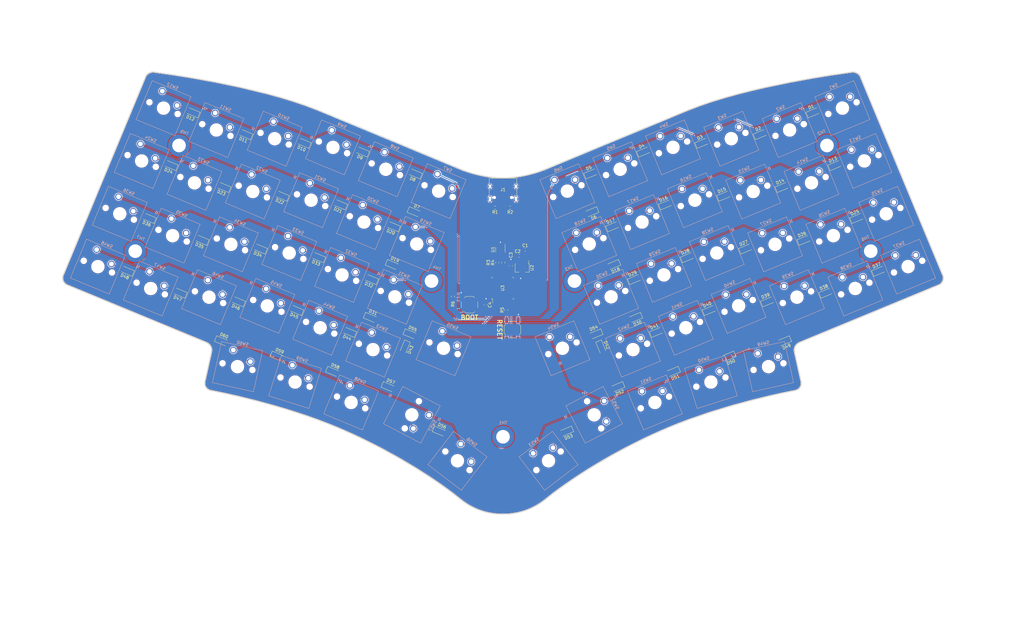
<source format=kicad_pcb>
(kicad_pcb (version 20211014) (generator pcbnew)
  (layers (0 "F.Cu" signal) (31 "B.Cu" signal) (34 "B.Paste" user) (35 "F.Paste" user) (37 "F.SilkS" user "F.Silkscreen") (38 "B.Mask" user) (39 "F.Mask" user) (44 "Edge.Cuts" user))
  (net 0 "")
  (net 1 "GND")
  (net 2 "VBUS")
  (net 3 "VSTM")
  (net 4 "/keys/col5")
  (net 5 "/keys/col6")
  (net 6 "Net-(D1-Pad2)")
  (net 7 "Net-(D2-Pad2)")
  (net 8 "Net-(D3-Pad2)")
  (net 9 "Net-(D4-Pad2)")
  (net 10 "Net-(D5-Pad2)")
  (net 11 "Net-(D6-Pad2)")
  (net 12 "/MCU/A12")
  (net 13 "/USB_DP")
  (net 14 "/USB_DM")
  (net 15 "/NRESET")
  (net 16 "/BOOT")
  (net 17 "/MCU/C14")
  (net 18 "/MCU/C15")
  (net 19 "/MCU/A0")
  (net 20 "/MCU/A1")
  (net 21 "/MCU/A2")
  (net 22 "/MCU/A3")
  (net 23 "/MCU/A4")
  (net 24 "/MCU/A5")
  (net 25 "/MCU/A6")
  (net 26 "/MCU/A7")
  (net 27 "/MCU/B0")
  (net 28 "/MCU/B1")
  (net 29 "/MCU/A8")
  (net 30 "/MCU/A9")
  (net 31 "/MCU/A10")
  (net 32 "/MCU/A11")
  (net 33 "/MCU/A13")
  (net 34 "/MCU/A14")
  (net 35 "/MCU/A15")
  (net 36 "/MCU/B3")
  (net 37 "/MCU/B4")
  (net 38 "/MCU/B5")
  (net 39 "/MCU/B6")
  (net 40 "/MCU/B7")
  (net 41 "Net-(D7-Pad2)")
  (net 42 "Net-(D8-Pad2)")
  (net 43 "Net-(D9-Pad2)")
  (net 44 "Net-(D10-Pad2)")
  (net 45 "Net-(D11-Pad2)")
  (net 46 "Net-(D12-Pad2)")
  (net 47 "Net-(D13-Pad2)")
  (net 48 "Net-(D14-Pad2)")
  (net 49 "Net-(D15-Pad2)")
  (net 50 "Net-(D16-Pad2)")
  (net 51 "Net-(D17-Pad2)")
  (net 52 "Net-(D18-Pad2)")
  (net 53 "Net-(D19-Pad2)")
  (net 54 "Net-(D20-Pad2)")
  (net 55 "Net-(D21-Pad2)")
  (net 56 "Net-(D22-Pad2)")
  (net 57 "Net-(D23-Pad2)")
  (net 58 "Net-(D24-Pad2)")
  (net 59 "Net-(D25-Pad2)")
  (net 60 "Net-(D26-Pad2)")
  (net 61 "Net-(D27-Pad2)")
  (net 62 "Net-(D28-Pad2)")
  (net 63 "Net-(D29-Pad2)")
  (net 64 "Net-(D30-Pad2)")
  (net 65 "Net-(D31-Pad2)")
  (net 66 "Net-(D32-Pad2)")
  (net 67 "Net-(D33-Pad2)")
  (net 68 "Net-(D34-Pad2)")
  (net 69 "Net-(D35-Pad2)")
  (net 70 "Net-(D36-Pad2)")
  (net 71 "Net-(D37-Pad2)")
  (net 72 "Net-(D38-Pad2)")
  (net 73 "Net-(D39-Pad2)")
  (net 74 "Net-(D40-Pad2)")
  (net 75 "Net-(D41-Pad2)")
  (net 76 "Net-(D42-Pad2)")
  (net 77 "Net-(D43-Pad2)")
  (net 78 "Net-(D44-Pad2)")
  (net 79 "Net-(D45-Pad2)")
  (net 80 "Net-(D46-Pad2)")
  (net 81 "Net-(D47-Pad2)")
  (net 82 "Net-(D48-Pad2)")
  (net 83 "Net-(D49-Pad2)")
  (net 84 "Net-(D50-Pad2)")
  (net 85 "Net-(D51-Pad2)")
  (net 86 "Net-(D52-Pad2)")
  (net 87 "Net-(D53-Pad2)")
  (net 88 "Net-(D54-Pad2)")
  (net 89 "Net-(D55-Pad2)")
  (net 90 "Net-(D56-Pad2)")
  (net 91 "Net-(D57-Pad2)")
  (net 92 "Net-(D58-Pad2)")
  (net 93 "Net-(D59-Pad2)")
  (net 94 "Net-(D60-Pad2)")
  (net 95 "Net-(J1-PadA5)")
  (net 96 "Net-(J1-PadA6)")
  (net 97 "Net-(J1-PadA7)")
  (net 99 "Net-(J1-PadB5)")
  (footprint "Diode_SMD:D_SOD-123" (layer "F.Cu") (at -249.438451 76.837583 157.5)
    (fp_text reference "D44")
    (fp_text value "1N4148W")
  )
  (footprint "Diode_SMD:D_SOD-123" (layer "F.Cu") (at -323.288789 56.530499 157.5)
    (fp_text reference "D48")
    (fp_text value "1N4148W")
  )
  (footprint "Diode_SMD:D_SOD-123" (layer "F.Cu") (at -151.570793 16.905466 22.5)
    (fp_text reference "D4")
    (fp_text value "1N4148W")
  )
  (footprint "Diode_SMD:D_SOD-123" (layer "F.Cu") (at -91.014924 63.801483 22.5)
    (fp_text reference "D38")
    (fp_text value "1N4148W")
  )
  (footprint "Diode_SMD:D_SOD-123" (layer "F.Cu") (at -168.968101 36.965182 -157.5)
    (fp_text reference "D6")
    (fp_text value "1N4148W")
  )
  (footprint "Diode_SMD:D_SOD-123" (layer "F.Cu") (at -271.821647 31.576619 157.5)
    (fp_text reference "D22")
    (fp_text value "1N4148W")
  )
  (footprint "Diode_SMD:D_SOD-123" (layer "F.Cu") (at -110.386381 66.684042 22.5)
    (fp_text reference "D39")
    (fp_text value "1N4148W")
  )
  (footprint "Diode_SMD:D_SOD-123" (layer "F.Cu") (at -73.461212 56.530498 22.5)
    (fp_text reference "D37")
    (fp_text value "1N4148W")
  )
  (footprint "Diode_SMD:D_SOD-123" (layer "F.Cu") (at -252.45019 34.459176 157.5)
    (fp_text reference "D21")
    (fp_text value "1N4148W")
  )
  (footprint "Diode_SMD:D_SOD-123" (layer "F.Cu") (at -160.320896 95.079639 -157.5)
    (fp_text reference "D52")
    (fp_text value "1N4148W")
  )
  (footprint "Diode_SMD:D_SOD-123" (layer "F.Cu") (at -144.29981 34.459176 22.5)
    (fp_text reference "D16")
    (fp_text value "1N4148W")
  )
  (footprint "Capacitor_SMD:C_0603_1608Metric" (layer "F.Cu") (at -193 51.5 180)
    (fp_text reference "C2")
    (fp_text value "4.7u")
  )
  (footprint "Diode_SMD:D_SOD-123" (layer "F.Cu") (at -154.426131 72.072605 -157.5)
    (fp_text reference "D30")
    (fp_text value "1N4148W")
  )
  (footprint "Diode_SMD:D_SOD-123" (layer "F.Cu") (at -141.857844 90.002783 -157.5)
    (fp_text reference "D51")
    (fp_text value "1N4148W")
  )
  (footprint "Button_Switch_SMD:SW_SPST_TL3342" (layer "F.Cu") (at -209.5 67.75 180)
    (fp_text reference "SW61" hide)
    (fp_text value "RST" hide)
  )
  (footprint "Diode_SMD:D_SOD-123" (layer "F.Cu") (at -229.158586 77.525843 -22.5)
    (fp_text reference "D55")
    (fp_text value "1N4148W")
  )
  (footprint "Resistor_SMD:R_0603_1608Metric" (layer "F.Cu") (at -215 65 -90)
    (fp_text reference "R6")
    (fp_text value "5.1k")
  )
  (footprint "Diode_SMD:D_SOD-123" (layer "F.Cu") (at -112.82788 11.140351 22.5)
    (fp_text reference "D2")
    (fp_text value "1N4148W")
  )
  (footprint "Diode_SMD:D_SOD-123" (layer "F.Cu") (at -132.199336 14.022909 22.5)
    (fp_text reference "D3")
    (fp_text value "1N4148W")
  )
  (footprint "Diode_SMD:D_SOD-123" (layer "F.Cu") (at -169.124505 24.17645 22.5)
    (fp_text reference "D5")
    (fp_text value "1N4148W")
  )
  (footprint "Diode_SMD:D_SOD-123" (layer "F.Cu") (at -291.816858 79.849325 -22.5)
    (fp_text reference "D60")
    (fp_text value "1N4148W")
  )
  (footprint "Diode_SMD:D_SOD-123" (layer "F.Cu") (at -104.933142 79.849325 -157.5)
    (fp_text reference "D49")
    (fp_text value "1N4148W")
  )
  (footprint "Resistor_SMD:R_0603_1608Metric" (layer "F.Cu") (at -200.25 53.75 90)
    (fp_text reference "R3")
    (fp_text value "20")
  )
  (footprint "Diode_SMD:D_SOD-123" (layer "F.Cu") (at -167.591414 77.525843 -157.5)
    (fp_text reference "D54")
    (fp_text value "1N4148W")
  )
  (footprint "Diode_SMD:D_SOD-123" (layer "F.Cu") (at -286.363619 66.684042 157.5)
    (fp_text reference "D46")
    (fp_text value "1N4148W")
  )
  (footprint "Diode_SMD:D_SOD-123" (layer "F.Cu") (at -230.976332 81.914271 -112.5)
    (fp_text reference "D43")
    (fp_text value "1N4148W")
  )
  (footprint "Diode_SMD:D_SOD-123" (layer "F.Cu") (at -273.354273 84.926096 -22.5)
    (fp_text reference "D59")
    (fp_text value "1N4148W")
  )
  (footprint "Diode_SMD:D_SOD-123" (layer "F.Cu") (at -316.017802 38.976787 157.5)
    (fp_text reference "D36")
    (fp_text value "1N4148W")
  )
  (footprint "Capacitor_SMD:C_0603_1608Metric" (layer "F.Cu") (at -195.75 54.8 -90)
    (fp_text reference "C3")
    (fp_text value "100n")
  )
  (footprint "Diode_SMD:D_SOD-123" (layer "F.Cu") (at -95.274169 3.869365 22.5)
    (fp_text reference "D1")
    (fp_text value "1N4148W")
  )
  (footprint "Diode_SMD:D_SOD-123" (layer "F.Cu") (at -235.052884 54.518893 -22.5)
    (fp_text reference "D19")
    (fp_text value "1N4148W")
  )
  (footprint "Resistor_SMD:R_0603_1608Metric" (layer "F.Cu") (at -197.25 69.5 90)
    (fp_text reference "R5")
    (fp_text value "5.1k")
  )
  (footprint "Diode_SMD:D_SOD-123" (layer "F.Cu") (at -227.625494 24.176452 157.5)
    (fp_text reference "D8")
    (fp_text value "1N4148W")
  )
  (footprint "Diode_SMD:D_SOD-123" (layer "F.Cu") (at -161.85352 41.730162 22.5)
    (fp_text reference "D17")
    (fp_text value "1N4148W")
  )
  (footprint "Diode_SMD:D_SOD-123" (layer "F.Cu") (at -291.193105 28.694062 157.5)
    (fp_text reference "D23")
    (fp_text value "1N4148W")
  )
  (footprint "Diode_SMD:D_SOD-123" (layer "F.Cu") (at -259.721176 52.012887 157.5)
    (fp_text reference "D33")
    (fp_text value "1N4148W")
  )
  (footprint "Diode_SMD:D_SOD-123" (layer "F.Cu") (at -165.773668 81.914271 -67.5)
    (fp_text reference "D42")
    (fp_text value "1N4148W")
  )
  (footprint "Diode_SMD:D_SOD-123" (layer "F.Cu") (at -236.429104 95.079639 -22.5)
    (fp_text reference "D57")
    (fp_text value "1N4148W")
  )
  (footprint "Capacitor_SMD:C_0603_1608Metric" (layer "F.Cu") (at -191 49.5)
    (fp_text reference "C1")
    (fp_text value "4.7u")
  )
  (footprint "Package_QFP:LQFP-32_7x7mm_P0.8mm" (layer "F.Cu") (at -198.5 62.25 90)
    (fp_text reference "U3")
    (fp_text value "STM32L072KZTx")
  )
  (footprint "Diode_SMD:D_SOD-123" (layer "F.Cu") (at -266.992161 69.566599 157.5)
    (fp_text reference "D45")
    (fp_text value "1N4148W")
  )
  (footprint "Diode_SMD:D_SOD-123" (layer "F.Cu") (at -245.179207 16.905465 157.5)
    (fp_text reference "D9")
    (fp_text value "1N4148W")
  )
  (footprint "Diode_SMD:D_SOD-123" (layer "F.Cu") (at -279.092635 49.130331 157.5)
    (fp_text reference "D34")
    (fp_text value "1N4148W")
  )
  (footprint "Diode_SMD:D_SOD-123" (layer "F.Cu") (at -147.31155 76.837584 22.5)
    (fp_text reference "D41")
    (fp_text value "1N4148W")
  )
  (footprint "Diode_SMD:D_SOD-123" (layer "F.Cu") (at -161.697116 54.518893 -157.5)
    (fp_text reference "D18")
    (fp_text value "1N4148W")
  )
  (footprint "Diode_SMD:D_SOD-123" (layer "F.Cu") (at -123.395727 84.926096 -157.5)
    (fp_text reference "D50")
    (fp_text value "1N4148W")
  )
  (footprint "Diode_SMD:D_SOD-123" (layer "F.Cu") (at -154.582536 59.283873 22.5)
    (fp_text reference "D29")
    (fp_text value "1N4148W")
  )
  (footprint "Button_Switch_SMD:SW_SPST_TL3342" (layer "F.Cu") (at -195.25 76 -90)
    (fp_text reference "SW62" hide)
    (fp_text value "RST" hide)
  )
  (footprint "Diode_SMD:D_SOD-123" (layer "F.Cu") (at -242.167464 59.283873 157.5)
    (fp_text reference "D32")
    (fp_text value "1N4148W")
  )
  (footprint "Diode_SMD:D_SOD-123" (layer "F.Cu") (at -124.928353 31.576619 22.5)
    (fp_text reference "D15")
    (fp_text value "1N4148W")
  )
  (footprint "Diode_SMD:D_SOD-123" (layer "F.Cu") (at -227.781899 36.965182 -22.5)
    (fp_text reference "D7")
    (fp_text value "1N4148W")
  )
  (footprint "Diode_SMD:D_SOD-123" (layer "F.Cu") (at -242.323869 72.072605 -22.5)
    (fp_text reference "D31")
    (fp_text value "1N4148W")
  )
  (footprint "Resistor_SMD:R_0603_1608Metric" (layer "F.Cu") (at -198.25 53.75 90)
    (fp_text reference "R4")
    (fp_text value "20")
  )
  (footprint "Connector_USB:USB_C_Receptacle_XKB_U262-16XN-4BVC11" (layer "F.Cu") (at -198.375 29.5 180)
    (fp_text reference "J1")
    (fp_text value "https://datasheet.lcsc.com/lcsc/2103051833_Jing-Extension-of-the-Electronic-Co--918-418K2023S40001_C167321.pdf")
  )
  (footprint "Diode_SMD:D_SOD-123" (layer "F.Cu") (at -117.657365 49.130331 22.5)
    (fp_text reference "D27")
    (fp_text value "1N4148W")
  )
  (footprint "Diode_SMD:D_SOD-123" (layer "F.Cu") (at -137.028824 52.012887 22.5)
    (fp_text reference "D28")
    (fp_text value "1N4148W")
  )
  (footprint "Diode_SMD:D_SOD-123" (layer "F.Cu") (at -88.003183 21.423076 22.5)
    (fp_text reference "D13")
    (fp_text value "1N4148W")
  )
  (footprint "Diode_SMD:D_SOD-123" (layer "F.Cu") (at -129.757839 69.566599 22.5)
    (fp_text reference "D40")
    (fp_text value "1N4148W")
  )
  (footprint "Diode_SMD:D_SOD-123" (layer "F.Cu") (at -301.475831 3.869365 157.5)
    (fp_text reference "D12")
    (fp_text value "1N4148W")
  )
  (footprint "Package_TO_SOT_SMD:SOT-89-3" (layer "F.Cu") (at -192 55.25 -90)
    (fp_text reference "U2")
    (fp_text value "AP2204R-3.3")
  )
  (footprint "Diode_SMD:D_SOD-123" (layer "F.Cu") (at -308.746817 21.423076 157.5)
    (fp_text reference "D24")
    (fp_text value "1N4148W")
  )
  (footprint "Diode_SMD:D_SOD-123" (layer "F.Cu") (at -254.89169 90.002868 -22.5)
    (fp_text reference "D58")
    (fp_text value "1N4148W")
  )
  (footprint "Diode_SMD:D_SOD-123" (layer "F.Cu") (at -234.89648 41.730162 157.5)
    (fp_text reference "D20")
    (fp_text value "1N4148W")
  )
  (footprint "Diode_SMD:D_SOD-123" (layer "F.Cu") (at -305.735076 63.801484 157.5)
    (fp_text reference "D47")
    (fp_text value "1N4148W")
  )
  (footprint "Diode_SMD:D_SOD-123" (layer "F.Cu") (at -219.407799 109.842138 -22.5)
    (fp_text reference "D56")
    (fp_text value "1N4148W")
  )
  (footprint "Capacitor_SMD:C_0603_1608Metric" (layer "F.Cu") (at -204.15 67.8 -90)
    (fp_text reference "C4")
    (fp_text value "100n")
  )
  (footprint "Diode_SMD:D_SOD-123" (layer "F.Cu") (at -177.342201 109.842138 -157.5)
    (fp_text reference "D53")
    (fp_text value "1N4148W")
  )
  (footprint "Diode_SMD:D_SOD-123" (layer "F.Cu") (at -264.550663 14.022908 157.5)
    (fp_text reference "D10")
    (fp_text value "1N4148W")
  )
  (footprint "Diode_SMD:D_SOD-123" (layer "F.Cu") (at -298.464091 46.247773 157.5)
    (fp_text reference "D35")
    (fp_text value "1N4148W")
  )
  (footprint "Resistor_SMD:R_0603_1608Metric" (layer "F.Cu") (at -201 35.5)
    (fp_text reference "R1")
    (fp_text value "5.1k")
  )
  (footprint "Diode_SMD:D_SOD-123" (layer "F.Cu") (at -98.285909 46.247773 22.5)
    (fp_text reference "D26")
    (fp_text value "1N4148W")
  )
  (footprint "Diode_SMD:D_SOD-123" (layer "F.Cu") (at -80.732198 38.976787 22.5)
    (fp_text reference "D25")
    (fp_text value "1N4148W")
  )
  (footprint "Package_TO_SOT_SMD:SOT-23-6" (layer "F.Cu") (at -199.25 49.5 -90)
    (fp_text reference "U1")
    (fp_text value "USBLC6-2SC6")
  )
  (footprint "Diode_SMD:D_SOD-123" (layer "F.Cu") (at -283.922121 11.14035 157.5)
    (fp_text reference "D11")
    (fp_text value "1N4148W")
  )
  (footprint "Diode_SMD:D_SOD-123" (layer "F.Cu") (at -105.556895 28.694062 22.5)
    (fp_text reference "D14")
    (fp_text value "1N4148W")
  )
  (footprint "Resistor_SMD:R_0603_1608Metric" (layer "F.Cu") (at -196 35.5 180)
    (fp_text reference "R2")
    (fp_text value "5.1k")
  )
  (footprint "custom_parts:SW_Cherry_MX_1.00u_PCB" (layer "B.Cu") (at -169.721503 47.559868 -157.5)
    (fp_text reference "SW18")
    (fp_text value "SW_Push")
  )
  (footprint "custom_parts:SW_Cherry_MX_1.00u_PCB" (layer "B.Cu") (at -122.513608 12.581629 -157.5)
    (fp_text reference "SW3")
    (fp_text value "SW_Push")
  )
  (footprint "custom_parts:SW_Cherry_MX_1.00u_PCB" (layer "B.Cu") (at -248.841453 100.221001 157.5)
    (fp_text reference "SW58")
    (fp_text value "SW_Push")
  )
  (footprint "custom_parts:SW_Cherry_MX_1.00u_PCB" (layer "B.Cu") (at -281.507377 30.13534 157.5)
    (fp_text reference "SW22")
    (fp_text value "SW_Push")
  )
  (footprint "custom_parts:SW_Cherry_MX_1.00u_PCB" (layer "B.Cu") (at -85.58844 2.428085 -157.5)
    (fp_text reference "SW1")
    (fp_text value "SW_Push")
  )
  (footprint "custom_parts:SW_Cherry_MX_1.00u_PCB" (layer "B.Cu") (at -325.703531 37.53551 157.5)
    (fp_text reference "SW36")
    (fp_text value "SW_Push")
  )
  (footprint "custom_parts:SW_Cherry_MX_1.00u_PCB" (layer "B.Cu") (at -162.450517 65.113579 -157.5)
    (fp_text reference "SW30")
    (fp_text value "SW_Push")
  )
  (footprint "Mounting_Wuerth:Mounting_Wuerth_WA-SMSR-3.2mm_H5.1mm_ReverseMount_9775051960" (layer "B.Cu") (at -174.625 59.875 -157.5)
    (fp_text reference "TH3")
    (fp_text value "MountingHole")
  )
  (footprint "custom_parts:SW_Cherry_MX_1.00u_PCB" (layer "B.Cu") (at -127.343095 50.571609 -157.5)
    (fp_text reference "SW28")
    (fp_text value "SW_Push")
  )
  (footprint "custom_parts:SW_Cherry_MX_1.00u_PCB" (layer "B.Cu") (at -63.775484 55.08922 -157.5)
    (fp_text reference "SW37")
    (fp_text value "SW_Push")
  )
  (footprint "custom_parts:SW_Cherry_MX_1.00u_PCB" (layer "B.Cu") (at -78.317455 19.981798 -157.5)
    (fp_text reference "SW13")
    (fp_text value "SW_Push")
  )
  (footprint "custom_parts:SW_Cherry_MX_1.00u_PCB" (layer "B.Cu") (at -129.292742 93.445409 -162.5)
    (fp_text reference "SW50")
    (fp_text value "SW_Push")
  )
  (footprint "custom_parts:SW_Cherry_MX_1.00u_PCB" (layer "B.Cu") (at -315.420805 62.360206 157.5)
    (fp_text reference "SW47")
    (fp_text value "SW_Push")
  )
  (footprint "custom_parts:SW_Cherry_MX_1.00u_PCB" (layer "B.Cu") (at -311.161559 2.428087 157.5)
    (fp_text reference "SW12")
    (fp_text value "SW_Push")
  )
  (footprint "custom_parts:SW_Cherry_MX_1.00u_PCB" (layer "B.Cu") (at -241.570467 82.667292 157.5)
    (fp_text reference "SW43")
    (fp_text value "SW_Push")
  )
  (footprint "custom_parts:SW_Cherry_MX_1.00u_PCB" (layer "B.Cu") (at -178.622322 82.211785 -157.5)
    (fp_text reference "SW54")
    (fp_text value "SW_Push")
  )
  (footprint "custom_parts:SW_Cherry_MX_1.00u_PCB" (layer "B.Cu") (at -288.778362 47.689051 157.5)
    (fp_text reference "SW34")
    (fp_text value "SW_Push")
  )
  (footprint "custom_parts:SW_Cherry_MX_1.00u_PCB" (layer "B.Cu") (at -276.67789 68.125321 157.5)
    (fp_text reference "SW45")
    (fp_text value "SW_Push")
  )
  (footprint "custom_parts:SW_Cherry_MX_1.00u_PCB" (layer "B.Cu") (at -71.04647 37.535509 -157.5)
    (fp_text reference "SW25")
    (fp_text value "SW_Push")
  )
  (footprint "custom_parts:SW_Cherry_MX_1.00u_PCB" (layer "B.Cu") (at -219.757513 30.00616 157.5)
    (fp_text reference "SW7")
    (fp_text value "SW_Push")
  )
  (footprint "custom_parts:SW_Cherry_MX_1.00u_PCB" (layer "B.Cu") (at -137.625821 75.396305 -157.5)
    (fp_text reference "SW41")
    (fp_text value "SW_Push")
  )
  (footprint "custom_parts:SW_Cherry_MX_1.00u_PCB" (layer "B.Cu") (at -308.14982 44.806494 157.5)
    (fp_text reference "SW35")
    (fp_text value "SW_Push")
  )
  (footprint "custom_parts:SW_Cherry_MX_1.00u_PCB" (layer "B.Cu") (at -300.878835 27.252784 157.5)
    (fp_text reference "SW23")
    (fp_text value "SW_Push")
  )
  (footprint "custom_parts:SW_Cherry_MX_1.00u_PCB" (layer "B.Cu") (at -144.896807 57.842594 -157.5)
    (fp_text reference "SW29")
    (fp_text value "SW_Push")
  )
  (footprint "custom_parts:SW_Cherry_MX_1.00u_PCB" (layer "B.Cu") (at -103.142151 9.699072 -157.5)
    (fp_text reference "SW2")
    (fp_text value "SW_Push")
  )
  (footprint "custom_parts:SW_Cherry_MX_1.00u_PCB" (layer "B.Cu") (at -120.07211 68.125321 -157.5)
    (fp_text reference "SW40")
    (fp_text value "SW_Push")
  )
  (footprint "custom_parts:SW_Cherry_MX_1.00u_PCB" (layer "B.Cu") (at -262.13592 33.017898 157.5)
    (fp_text reference "SW21")
    (fp_text value "SW_Push")
  )
  (footprint "custom_parts:SW_Cherry_MX_1.00u_PCB" (layer "B.Cu") (at -134.614079 33.017897 -157.5)
    (fp_text reference "SW16")
    (fp_text value "SW_Push")
  )
  (footprint "custom_parts:SW_Cherry_MX_1.00u_PCB" (layer "B.Cu") (at -110.156947 88.31803 -167.5)
    (fp_text reference "SW49")
    (fp_text value "SW_Push")
  )
  (footprint "Mounting_Wuerth:Mounting_Wuerth_WA-SMSR-3.2mm_H5.1mm_ReverseMount_9775051960" (layer "B.Cu") (at -222.125 59.875 157.5)
    (fp_text reference "TH4")
    (fp_text value "MountingHole")
  )
  (footprint "custom_parts:SW_Cherry_MX_1.00u_PCB" (layer "B.Cu") (at -95.871165 27.252784 -157.5)
    (fp_text reference "SW14")
    (fp_text value "SW_Push")
  )
  (footprint "custom_parts:SW_Cherry_MX_1.00u_PCB" (layer "B.Cu") (at -115.242622 30.13534 -157.5)
    (fp_text reference "SW15")
    (fp_text value "SW_Push")
  )
  (footprint "custom_parts:SW_Cherry_MX_1.00u_PCB" (layer "B.Cu") (at -244.582209 40.288884 157.5)
    (fp_text reference "SW20")
    (fp_text value "SW_Push")
  )
  (footprint "custom_parts:SW_Cherry_MX_1.00u_PCB" (layer "B.Cu") (at -155.179533 82.667292 -157.5)
    (fp_text reference "SW42")
    (fp_text value "SW_Push")
  )
  (footprint "custom_parts:SW_Cherry_MX_1.00u_PCB" (layer "B.Cu") (at -88.60018 44.806494 -157.5)
    (fp_text reference "SW26")
    (fp_text value "SW_Push")
  )
  (footprint "custom_parts:SW_Cherry_MX_1.00u_PCB" (layer "B.Cu") (at -296.049347 65.242762 157.5)
    (fp_text reference "SW46")
    (fp_text value "SW_Push")
  )
  (footprint "custom_parts:SW_Cherry_MX_1.00u_PCB" (layer "B.Cu") (at -213.503455 119.597194 142.5)
    (fp_text reference "SW56")
    (fp_text value "SW_Push")
  )
  (footprint "custom_parts:SW_Cherry_MX_1.00u_PCB" (layer "B.Cu") (at -286.593053 88.31803 167.5)
    (fp_text reference "SW60")
    (fp_text value "SW_Push")
  )
  (footprint "custom_parts:SW_Cherry_MX_1.00u_PCB" (layer "B.Cu") (at -259.124179 75.396305 157.5)
    (fp_text reference "SW44")
    (fp_text value "SW_Push")
  )
  (footprint "custom_parts:SW_Cherry_MX_1.00u_PCB" (layer "B.Cu") (at -332.974516 55.08922 157.5)
    (fp_text reference "SW48")
    (fp_text value "SW_Push")
  )
  (footprint "custom_parts:SW_Cherry_MX_1.00u_PCB" (layer "B.Cu") (at -293.607848 9.699072 157.5)
    (fp_text reference "SW11")
    (fp_text value "SW_Push")
  )
  (footprint "custom_parts:SW_Cherry_MX_1.00u_PCB" (layer "B.Cu") (at -183.246545 119.597194 -142.5)
    (fp_text reference "SW53")
    (fp_text value "SW_Push")
  )
  (footprint "custom_parts:SW_Cherry_MX_1.00u_PCB" (layer "B.Cu") (at -218.127677 82.211786 157.5)
    (fp_text reference "SW55")
    (fp_text value "SW_Push")
  )
  (footprint "Mounting_Wuerth:Mounting_Wuerth_WA-SMSR-3.2mm_H5.1mm_ReverseMount_9775051960" (layer "B.Cu") (at -198.375 111.625 180)
    (fp_text reference "TH1")
    (fp_text value "MountingHole")
  )
  (footprint "custom_parts:SW_Cherry_MX_1.00u_PCB" (layer "B.Cu") (at -274.236392 12.581629 157.5)
    (fp_text reference "SW10")
    (fp_text value "SW_Push")
  )
  (footprint "custom_parts:SW_Cherry_MX_1.00u_PCB" (layer "B.Cu") (at -152.167791 40.288884 -157.5)
    (fp_text reference "SW17")
    (fp_text value "SW_Push")
  )
  (footprint "custom_parts:SW_Cherry_MX_1.00u_PCB" (layer "B.Cu") (at -267.457406 93.445349 162.5)
    (fp_text reference "SW59")
    (fp_text value "SW_Push")
  )
  (footprint "custom_parts:SW_Cherry_MX_1.50u_PCB" (layer "B.Cu") (at -228.670362 104.324504 62.5)
    (fp_text reference "SW57")
    (fp_text value "SW_Push")
  )
  (footprint "custom_parts:SW_Cherry_MX_1.00u_PCB" (layer "B.Cu") (at -107.971638 47.689051 -157.5)
    (fp_text reference "SW27")
    (fp_text value "SW_Push")
  )
  (footprint "custom_parts:SW_Cherry_MX_1.00u_PCB" (layer "B.Cu") (at -237.311225 22.735172 157.5)
    (fp_text reference "SW8")
    (fp_text value "SW_Push")
  )
  (footprint "Mounting_Wuerth:Mounting_Wuerth_WA-SMSR-3.2mm_H5.1mm_ReverseMount_9775051960" (layer "B.Cu") (at -76.188 49.948 -157.5)
    (fp_text reference "TH6")
    (fp_text value "MountingHole")
  )
  (footprint "Mounting_Wuerth:Mounting_Wuerth_WA-SMSR-3.2mm_H5.1mm_ReverseMount_9775051960" (layer "B.Cu") (at -320.561804 49.947804 157.5)
    (fp_text reference "TH7")
    (fp_text value "MountingHole")
  )
  (footprint "custom_parts:SW_Cherry_MX_1.00u_PCB" (layer "B.Cu") (at -234.299482 65.11358 157.5)
    (fp_text reference "SW31")
    (fp_text value "SW_Push")
  )
  (footprint "custom_parts:SW_Cherry_MX_1.00u_PCB" (layer "B.Cu") (at -81.329196 62.360206 -157.5)
    (fp_text reference "SW38")
    (fp_text value "SW_Push")
  )
  (footprint "custom_parts:SW_Cherry_MX_1.00u_PCB" (layer "B.Cu") (at -227.028498 47.559869 157.5)
    (fp_text reference "SW19")
    (fp_text value "SW_Push")
  )
  (footprint "custom_parts:SW_Cherry_MX_1.00u_PCB" (layer "B.Cu") (at -159.438775 22.735172 -157.5)
    (fp_text reference "SW5")
    (fp_text value "SW_Push")
  )
  (footprint "custom_parts:SW_Cherry_MX_1.00u_PCB" (layer "B.Cu") (at -251.853193 57.842594 157.5)
    (fp_text reference "SW32")
    (fp_text value "SW_Push")
  )
  (footprint "custom_parts:SW_Cherry_MX_1.00u_PCB" (layer "B.Cu") (at -254.864935 15.464187 157.5)
    (fp_text reference "SW9")
    (fp_text value "SW_Push")
  )
  (footprint "custom_parts:SW_Cherry_MX_1.00u_PCB" (layer "B.Cu") (at -100.700653 65.242762 -157.5)
    (fp_text reference "SW39")
    (fp_text value "SW_Push")
  )
  (footprint "custom_parts:SW_Cherry_MX_1.00u_PCB" (layer "B.Cu") (at -147.908547 100.221001 -157.5)
    (fp_text reference "SW51")
    (fp_text value "SW_Push")
  )
  (footprint "custom_parts:SW_Cherry_MX_1.50u_PCB" (layer "B.Cu") (at -168.079637 104.324504 117.5)
    (fp_text reference "SW52")
    (fp_text value "SW_Push")
  )
  (footprint "Mounting_Wuerth:Mounting_Wuerth_WA-SMSR-3.2mm_H5.1mm_ReverseMount_9775051960" (layer "B.Cu") (at -306.02 14.84 157.5)
    (fp_text reference "TH5")
    (fp_text value "MountingHole")
  )
  (footprint "custom_parts:SW_Cherry_MX_1.00u_PCB" (layer "B.Cu") (at -141.885065 15.464188 -157.5)
    (fp_text reference "SW4")
    (fp_text value "SW_Push")
  )
  (footprint "custom_parts:SW_Cherry_MX_1.00u_PCB" (layer "B.Cu") (at -176.992487 30.006159 -157.5)
    (fp_text reference "SW6")
    (fp_text value "SW_Push")
  )
  (footprint "custom_parts:SW_Cherry_MX_1.00u_PCB" (layer "B.Cu") (at -269.406904 50.571608 157.5)
    (fp_text reference "SW33")
    (fp_text value "SW_Push")
  )
  (footprint "Mounting_Wuerth:Mounting_Wuerth_WA-SMSR-3.2mm_H5.1mm_ReverseMount_9775051960" (layer "B.Cu") (at -90.73 14.84 -157.5)
    (fp_text reference "TH2")
    (fp_text value "MountingHole")
  )
  (footprint "custom_parts:SW_Cherry_MX_1.00u_PCB" (layer "B.Cu") (at -318.432546 19.981798 157.5)
    (fp_text reference "SW24")
    (fp_text value "SW_Push")
  )
  (gr_line (start -192.965542 136.748021) (end -193.85285 136.939596) (layer "Edge.Cuts") (width 0.264582))
  (gr_line (start -184.292347 22.713381) (end -166.549317 15.315043) (layer "Edge.Cuts") (width 0.264582))
  (gr_line (start -80.839092 -9.272389) (end -80.737986 -9.218995) (layer "Edge.Cuts") (width 0.264582))
  (gr_line (start -260.005925 3.017931) (end -260.005925 3.017931) (layer "Edge.Cuts") (width 0.264582))
  (gr_line (start -242.049447 113.816625) (end -245.402184 112.171338) (layer "Edge.Cuts") (width 0.264582))
  (gr_line (start -99.837595 80.321451) (end -99.837595 80.321451) (layer "Edge.Cuts") (width 0.264582))
  (gr_line (start -52.768198 60.624665) (end -52.85305 60.711816) (layer "Edge.Cuts") (width 0.264582))
  (gr_line (start -52.161824 59.564771) (end -52.199889 59.683322) (layer "Edge.Cuts") (width 0.264582))
  (gr_line (start -185.074764 23.024863) (end -184.292347 22.713381) (layer "Edge.Cuts") (width 0.264582))
  (gr_line (start -100.591613 80.78016) (end -100.760558 80.932918) (layer "Edge.Cuts") (width 0.264582))
  (gr_line (start -211.690567 133.037359) (end -212.732777 132.22468) (layer "Edge.Cuts") (width 0.264582))
  (gr_line (start -200.444794 137.273855) (end -201.223812 137.197407) (layer "Edge.Cuts") (width 0.264582))
  (gr_line (start -81.052228 -9.368206) (end -80.943848 -9.3222) (layer "Edge.Cuts") (width 0.264582))
  (gr_line (start -101.512995 83.387308) (end -99.353884 93.119852) (layer "Edge.Cuts") (width 0.264582))
  (gr_line (start -101.577253 82.855213) (end -101.571555 82.98544) (layer "Edge.Cuts") (width 0.264582))
  (gr_line (start -295.236271 83.387308) (end -295.236271 83.387308) (layer "Edge.Cuts") (width 0.264582))
  (gr_line (start -212.732777 132.22468) (end -212.732777 132.22468) (layer "Edge.Cuts") (width 0.264582))
  (gr_line (start -291.080015 97.153161) (end -295.494664 96.257715) (layer "Edge.Cuts") (width 0.264582))
  (gr_line (start -101.559086 83.117587) (end -101.539636 83.25157) (layer "Edge.Cuts") (width 0.264582))
  (gr_line (start -317.676167 -6.701987) (end -317.676167 -6.701987) (layer "Edge.Cuts") (width 0.264582))
  (gr_line (start -314.70253 -9.572526) (end -314.562657 -9.574261) (layer "Edge.Cuts") (width 0.264582))
  (gr_line (start -178.199023 127.830699) (end -181.510157 130.25197) (layer "Edge.Cuts") (width 0.264582))
  (gr_line (start -100.226901 80.519027) (end -100.413169 80.641977) (layer "Edge.Cuts") (width 0.264582))
  (gr_line (start -151.347072 112.171352) (end -154.699807 113.816639) (layer "Edge.Cuts") (width 0.264582))
  (gr_line (start -101.539636 83.25157) (end -101.512995 83.387308) (layer "Edge.Cuts") (width 0.264582))
  (gr_line (start -189.372652 24.378233) (end -188.474324 24.138424) (layer "Edge.Cuts") (width 0.264582))
  (gr_line (start -101.193654 81.472072) (end -101.307855 81.676561) (layer "Edge.Cuts") (width 0.264582))
  (gr_line (start -286.570147 98.164843) (end -291.080015 97.153161) (layer "Edge.Cuts") (width 0.264582))
  (gr_line (start -99.29027 94.097229) (end -99.31005 94.242831) (layer "Edge.Cuts") (width 0.264582))
  (gr_line (start -263.919796 1.524049) (end -260.005925 3.017931) (layer "Edge.Cuts") (width 0.264582))
  (gr_line (start -53.648392 61.242349) (end -99.837595 80.321451) (layer "Edge.Cuts") (width 0.264582))
  (gr_line (start -295.212751 82.355138) (end -295.237771 82.235739) (layer "Edge.Cuts") (width 0.264582))
  (gr_line (start -315.35041 -9.481162) (end -315.227782 -9.509717) (layer "Edge.Cuts") (width 0.264582))
  (gr_line (start -199.708164 137.322139) (end -200.444794 137.273855) (layer "Edge.Cuts") (width 0.264582))
  (gr_line (start -210.861283 23.324206) (end -210.021082 23.610313) (layer "Edge.Cuts") (width 0.264582))
  (gr_line (start -197.041136 137.322139) (end -198.374653 137.354639) (layer "Edge.Cuts") (width 0.264582))
  (gr_line (start -52.124571 58.295466) (end -52.097439 58.4264) (layer "Edge.Cuts") (width 0.264582))
  (gr_line (start -297.395375 93.119852) (end -297.395375 93.119852) (layer "Edge.Cuts") (width 0.264582))
  (gr_line (start -105.669242 97.15317) (end -110.179111 98.164854) (layer "Edge.Cuts") (width 0.264582))
  (gr_line (start -295.908318 81.014557) (end -295.988705 80.932918) (layer "Edge.Cuts") (width 0.264582))
  (gr_line (start -185.887978 23.324206) (end -185.074764 23.024863) (layer "Edge.Cuts") (width 0.264582))
  (gr_line (start -344.587439 59.564771) (end -344.619812 59.444127) (layer "Edge.Cuts") (width 0.264582))
  (gr_line (start -80.134545 -8.763596) (end -80.06354 -8.689548) (layer "Edge.Cuts") (width 0.264582))
  (gr_line (start -317.147313 -7.978716) (end -317.072806 -8.13943) (layer "Edge.Cuts") (width 0.264582))
  (gr_line (start -99.639889 95.122965) (end -99.709602 95.228763) (layer "Edge.Cuts") (width 0.264582))
  (gr_line (start -202.896422 136.939596) (end -203.78372 136.748021) (layer "Edge.Cuts") (width 0.264582))
  (gr_line (start -80.737986 -9.218995) (end -80.640556 -9.162239) (layer "Edge.Cuts") (width 0.264582))
  (gr_line (start -81.164208 -9.410182) (end -81.052228 -9.368206) (layer "Edge.Cuts") (width 0.264582))
  (gr_line (start -53.033569 60.873368) (end -53.128868 60.94739) (layer "Edge.Cuts") (width 0.264582))
  (gr_line (start -196.662893 25.569862) (end -195.777071 25.50182) (layer "Edge.Cuts") (width 0.264582))
  (gr_line (start -174.133798 125.051594) (end -178.199023 127.830699) (layer "Edge.Cuts") (width 0.264582))
  (gr_line (start -296.632074 95.682628) (end -296.805327 95.516126) (layer "Edge.Cuts") (width 0.264582))
  (gr_line (start -80.640556 -9.162239) (end -80.546825 -9.102346) (layer "Edge.Cuts") (width 0.264582))
  (gr_line (start -53.227281 61.016655) (end -53.328624 61.080974) (layer "Edge.Cuts") (width 0.264582))
  (gr_line (start -101.512995 83.387308) (end -101.512995 83.387308) (layer "Edge.Cuts") (width 0.264582))
  (gr_line (start -295.555611 81.472072) (end -295.618891 81.374267) (layer "Edge.Cuts") (width 0.264582))
  (gr_line (start -238.828133 115.47452) (end -242.049447 113.816625) (layer "Edge.Cuts") (width 0.264582))
  (gr_line (start -79.719769 -8.219865) (end -79.676418 -8.13943) (layer "Edge.Cuts") (width 0.264582))
  (gr_line (start -245.402184 112.171338) (end -248.88 110.55) (layer "Edge.Cuts") (width 0.264582))
  (gr_line (start -200.086401 25.569862) (end -199.219273 25.611491) (layer "Edge.Cuts") (width 0.264582))
  (gr_line (start -136.743344 3.017931) (end -132.829473 1.52405) (layer "Edge.Cuts") (width 0.264582))
  (gr_line (start -344.590003 58.164339) (end -344.547619 58.03321) (layer "Edge.Cuts") (width 0.264582))
  (gr_line (start -52.077656 58.556952) (end -52.065037 58.686931) (layer "Edge.Cuts") (width 0.264582))
  (gr_line (start -52.346388 60.024508) (end -52.405376 60.13278) (layer "Edge.Cuts") (width 0.264582))
  (gr_line (start -315.101655 -9.533354) (end -314.972054 -9.55185) (layer "Edge.Cuts") (width 0.264582))
  (gr_line (start -52.082515 59.197315) (end -52.102954 59.321578) (layer "Edge.Cuts") (width 0.264582))
  (gr_line (start -296.805327 95.516126) (end -296.887238 95.425346) (layer "Edge.Cuts") (width 0.264582))
  (gr_line (start -205.64457 136.214001) (end -206.611827 135.861345) (layer "Edge.Cuts") (width 0.264582))
  (gr_line (start -208.604273 134.959209) (end -209.623168 134.399518) (layer "Edge.Cuts") (width 0.264582))
  (gr_line (start -197.53002 25.611491) (end -196.662893 25.569862) (layer "Edge.Cuts") (width 0.264582))
  (gr_line (start -215.239067 130.251969) (end -218.550205 127.830697) (layer "Edge.Cuts") (width 0.264582))
  (gr_line (start -81.647622 -9.533353) (end -81.521494 -9.509716) (layer "Edge.Cuts") (width 0.264582))
  (gr_line (start -256.159731 107.448276) (end -259.877739 106.030278) (layer "Edge.Cuts") (width 0.264582))
  (gr_line (start -101.254595 96.257715) (end -105.669242 97.15317) (layer "Edge.Cuts") (width 0.264582))
  (gr_line (start -190.282742 24.600414) (end -189.372652 24.378233) (layer "Edge.Cuts") (width 0.264582))
  (gr_line (start -195.525476 137.197407) (end -196.3045 137.273855) (layer "Edge.Cuts") (width 0.264582))
  (gr_line (start -147.869256 110.550015) (end -151.347072 112.171352) (layer "Edge.Cuts") (width 0.264582))
  (gr_line (start -99.295319 93.465372) (end -99.28064 93.630743) (layer "Edge.Cuts") (width 0.264582))
  (gr_line (start -99.413565 94.649879) (end -99.461476 94.775624) (layer "Edge.Cuts") (width 0.264582))
  (gr_line (start -201.872931 25.408465) (end -200.972222 25.50182) (layer "Edge.Cuts") (width 0.264582))
  (gr_line (start -122.368789 101.328778) (end -129.474538 103.486073) (layer "Edge.Cuts") (width 0.264582))
  (gr_line (start -212.456913 22.713381) (end -211.674496 23.024863) (layer "Edge.Cuts") (width 0.264582))
  (gr_line (start -99.372093 94.519162) (end -99.413565 94.649879) (layer "Edge.Cuts") (width 0.264582))
  (gr_line (start -202.784719 25.290895) (end -201.872931 25.408465) (layer "Edge.Cuts") (width 0.264582))
  (gr_line (start -244.642366 9.326685) (end -230.199959 15.315043) (layer "Edge.Cuts") (width 0.264582))
  (gr_line (start -157.921118 115.474533) (end -161.004661 117.133696) (layer "Edge.Cuts") (width 0.264582))
  (gr_line (start -101.536515 82.355138) (end -101.55581 82.476868) (layer "Edge.Cuts") (width 0.264582))
  (gr_line (start -82.046751 -9.572525) (end -81.910275 -9.56498) (layer "Edge.Cuts") (width 0.264582))
  (gr_line (start -344.619812 59.444127) (end -344.646308 59.321578) (layer "Edge.Cuts") (width 0.264582))
  (gr_line (start -280.907956 99.555868) (end -286.570147 98.164843) (layer "Edge.Cuts") (width 0.264582))
  (gr_line (start -316.982093 -8.300056) (end -316.875374 -8.458812) (layer "Edge.Cuts") (width 0.264582))
  (gr_line (start -314.839004 -9.564981) (end -314.70253 -9.572526) (layer "Edge.Cuts") (width 0.264582))
  (gr_line (start -192.122976 24.987498) (end -191.200785 24.803868) (layer "Edge.Cuts") (width 0.264582))
  (gr_line (start -79.99641 -8.613919) (end -79.933181 -8.536933) (layer "Edge.Cuts") (width 0.264582))
  (gr_line (start -100.3947 95.894662) (end -100.490329 95.955256) (layer "Edge.Cuts") (width 0.264582))
  (gr_line (start -171.834262 123.556205) (end -174.133798 125.051594) (layer "Edge.Cuts") (width 0.264582))
  (gr_line (start -52.129451 59.444127) (end -52.161824 59.564771) (layer "Edge.Cuts") (width 0.264582))
  (gr_line (start -163.944091 118.782785) (end -166.733064 120.41046) (layer "Edge.Cuts") (width 0.264582))
  (gr_line (start -316.752849 -8.61392) (end -316.614721 -8.763597) (layer "Edge.Cuts") (width 0.264582))
  (gr_line (start -295.390908 81.78308) (end -295.44141 81.676561) (layer "Edge.Cuts") (width 0.264582))
  (gr_line (start -295.68601 81.279531) (end -295.756761 81.187946) (layer "Edge.Cuts") (width 0.264582))
  (gr_line (start -52.199889 59.683322) (end -52.24346 59.799588) (layer "Edge.Cuts") (width 0.264582))
  (gr_line (start -80.209401 -8.835842) (end -80.134545 -8.763596) (layer "Edge.Cuts") (width 0.264582))
  (gr_line (start -52.537481 60.34) (end -52.610229 60.438567) (layer "Edge.Cuts") (width 0.264582))
  (gr_line (start -79.601893 -7.978716) (end -79.601893 -7.978716) (layer "Edge.Cuts") (width 0.264582))
  (gr_line (start -315.697048 -9.368207) (end -315.469514 -9.44791) (layer "Edge.Cuts") (width 0.264582))
  (gr_line (start -100.586859 96.010799) (end -100.683895 96.061285) (layer "Edge.Cuts") (width 0.264582))
  (gr_line (start -128.692787 0.125976) (end -124.396219 -1.176566) (layer "Edge.Cuts") (width 0.264582))
  (gr_line (start -207.376619 24.378233) (end -206.466533 24.600414) (layer "Edge.Cuts") (width 0.264582))
  (gr_line (start -343.10085 61.242349) (end -343.20988 61.194011) (layer "Edge.Cuts") (width 0.264582))
  (gr_line (start -52.469135 60.238008) (end -52.537481 60.34) (layer "Edge.Cuts") (width 0.264582))
  (gr_line (start -184.016423 132.22468) (end -184.016423 132.22468) (layer "Edge.Cuts") (width 0.264582))
  (gr_line (start -53.432713 61.140156) (end -53.539363 61.194011) (layer "Edge.Cuts") (width 0.264582))
  (gr_line (start -82.329874 -9.569965) (end -82.186625 -9.57426) (layer "Edge.Cuts") (width 0.264582))
  (gr_line (start -82.186625 -9.57426) (end -82.046751 -9.572525) (layer "Edge.Cuts") (width 0.264582))
  (gr_line (start -344.343887 60.13278) (end -344.402876 60.024508) (layer "Edge.Cuts") (width 0.264582))
  (gr_line (start -99.31005 94.242831) (end -99.337456 94.383477) (layer "Edge.Cuts") (width 0.264582))
  (gr_line (start -295.209631 83.25157) (end -295.190181 83.117587) (layer "Edge.Cuts") (width 0.264582))
  (gr_line (start -99.28064 93.630743) (end -99.275169 93.79118) (layer "Edge.Cuts") (width 0.264582))
  (gr_line (start -344.505804 59.799588) (end -344.549375 59.683322) (layer "Edge.Cuts") (width 0.264582))
  (gr_line (start -295.180096 82.600845) (end -295.193456 82.476868) (layer "Edge.Cuts") (width 0.264582))
  (gr_line (start -344.062062 60.533519) (end -344.21178 60.34) (layer "Edge.Cuts") (width 0.264582))
  (gr_line (start -198.374653 137.354639) (end -198.374653 137.354639) (layer "Edge.Cuts") (width 0.264582))
  (gr_line (start -196.3045 137.273855) (end -197.041136 137.322139) (layer "Edge.Cuts") (width 0.264582))
  (gr_line (start -296.258927 95.955249) (end -296.448886 95.829017) (layer "Edge.Cuts") (width 0.264582))
  (gr_line (start -276.746569 -2.383857) (end -272.353052 -1.176568) (layer "Edge.Cuts") (width 0.264582))
  (gr_line (start -252.476551 108.963953) (end -256.159731 107.448276) (layer "Edge.Cuts") (width 0.264582))
  (gr_line (start -296.522363 80.519027) (end -296.617908 80.463469) (layer "Edge.Cuts") (width 0.264582))
  (gr_line (start -52.405376 60.13278) (end -52.469135 60.238008) (layer "Edge.Cuts") (width 0.264582))
  (gr_line (start -206.466533 24.600414) (end -205.548494 24.803868) (layer "Edge.Cuts") (width 0.264582))
  (gr_line (start -100.877905 96.147068) (end -101.069193 96.212559) (layer "Edge.Cuts") (width 0.264582))
  (gr_line (start -144.272705 108.963968) (end -144.272705 108.963968) (layer "Edge.Cuts") (width 0.264582))
  (gr_line (start -297.439208 94.24283) (end -297.458988 94.097228) (layer "Edge.Cuts") (width 0.264582))
  (gr_line (start -202.04207 137.08769) (end -202.896422 136.939596) (layer "Edge.Cuts") (width 0.264582))
  (gr_line (start -80.288082 -8.906062) (end -80.209401 -8.835842) (layer "Edge.Cuts") (width 0.264582))
  (gr_line (start -102.717826 -6.266015) (end -95.129974 -7.642776) (layer "Edge.Cuts") (width 0.264582))
  (gr_line (start -295.190181 83.117587) (end -295.177711 82.98544) (layer "Edge.Cuts") (width 0.264582))
  (gr_line (start -192.048435 136.507858) (end -192.965542 136.748021) (layer "Edge.Cuts") (width 0.264582))
  (gr_line (start -101.358357 81.78308) (end -101.404182 81.892339) (layer "Edge.Cuts") (width 0.264582))
  (gr_line (start -82.626393 -9.542387) (end -82.476471 -9.559414) (layer "Edge.Cuts") (width 0.264582))
  (gr_line (start -79.676418 -8.13943) (end -79.637117 -8.058973) (layer "Edge.Cuts") (width 0.264582))
  (gr_line (start -314.122898 -9.542387) (end -314.122898 -9.542387) (layer "Edge.Cuts") (width 0.264582))
  (gr_line (start -99.353884 93.119852) (end -99.319602 93.295073) (layer "Edge.Cuts") (width 0.264582))
  (gr_line (start -344.680939 59.071529) (end -344.688704 58.94441) (layer "Edge.Cuts") (width 0.264582))
  (gr_line (start -194.876361 25.408465) (end -193.964571 25.290895) (layer "Edge.Cuts") (width 0.264582))
  (gr_line (start -295.988705 80.932918) (end -296.071886 80.854758) (layer "Edge.Cuts") (width 0.264582))
  (gr_line (start -296.71478 80.411966) (end -296.812771 80.364599) (layer "Edge.Cuts") (width 0.264582))
  (gr_line (start -212.732777 132.22468) (end -215.239067 130.251969) (layer "Edge.Cuts") (width 0.264582))
  (gr_line (start -295.268306 82.118751) (end -295.304146 82.004257) (layer "Edge.Cuts") (width 0.264582))
  (gr_line (start -101.063254 81.279531) (end -101.193654 81.472072) (layer "Edge.Cuts") (width 0.264582))
  (gr_line (start -210.652982 133.760604) (end -211.690567 133.037359) (layer "Edge.Cuts") (width 0.264582))
  (gr_line (start -99.943929 95.516132) (end -100.029115 95.601895) (layer "Edge.Cuts") (width 0.264582))
  (gr_line (start -222.615436 125.051589) (end -227.384004 122.005373) (layer "Edge.Cuts") (width 0.264582))
  (gr_line (start -297.335693 94.649876) (end -297.377165 94.519159) (layer "Edge.Cuts") (width 0.264582))
  (gr_line (start -88.916471 -8.646281) (end -82.626393 -9.542387) (layer "Edge.Cuts") (width 0.264582))
  (gr_line (start -100.490329 95.955256) (end -100.586859 96.010799) (layer "Edge.Cuts") (width 0.264582))
  (gr_line (start -99.862017 95.425353) (end -99.943929 95.516132) (layer "Edge.Cuts") (width 0.264582))
  (gr_line (start -53.648392 61.242349) (end -53.648392 61.242349) (layer "Edge.Cuts") (width 0.264582))
  (gr_line (start -201.223812 137.197407) (end -202.04207 137.08769) (layer "Edge.Cuts") (width 0.264582))
  (gr_line (start -52.102954 59.321578) (end -52.129451 59.444127) (layer "Edge.Cuts") (width 0.264582))
  (gr_line (start -53.128868 60.94739) (end -53.227281 61.016655) (layer "Edge.Cuts") (width 0.264582))
  (gr_line (start -81.777224 -9.551848) (end -81.647622 -9.533353) (layer "Edge.Cuts") (width 0.264582))
  (gr_line (start -295.871352 96.147063) (end -296.065361 96.061279) (layer "Edge.Cuts") (width 0.264582))
  (gr_line (start -263.594695 104.709644) (end -267.274722 103.486058) (layer "Edge.Cuts") (width 0.264582))
  (gr_line (start -316.292455 -9.039538) (end -316.108719 -9.162241) (layer "Edge.Cuts") (width 0.264582))
  (gr_line (start -343.521968 61.016655) (end -343.715684 60.873368) (layer "Edge.Cuts") (width 0.264582))
  (gr_line (start -198.374646 25.625612) (end -198.374646 25.625612) (layer "Edge.Cuts") (width 0.264582))
  (gr_line (start -99.837595 80.321451) (end -100.034485 80.411966) (layer "Edge.Cuts") (width 0.264582))
  (gr_line (start -195.777071 25.50182) (end -194.876361 25.408465) (layer "Edge.Cuts") (width 0.264582))
  (gr_line (start -189.149782 135.444783) (end -190.137407 135.861345) (layer "Edge.Cuts") (width 0.264582))
  (gr_line (start -100.91833 81.099594) (end -101.063254 81.279531) (layer "Edge.Cuts") (width 0.264582))
  (gr_line (start -52.065037 58.686931) (end -52.059397 58.816147) (layer "Edge.Cuts") (width 0.264582))
  (gr_line (start -295.236271 83.387308) (end -295.209631 83.25157) (layer "Edge.Cuts") (width 0.264582))
  (gr_line (start -101.48096 82.118751) (end -101.511495 82.235739) (layer "Edge.Cuts") (width 0.264582))
  (gr_line (start -206.611827 135.861345) (end -207.599444 135.444783) (layer "Edge.Cuts") (width 0.264582))
  (gr_line (start -297.174223 95.012168) (end -297.233827 94.896386) (layer "Edge.Cuts") (width 0.264582))
  (gr_line (start -297.233827 94.896386) (end -297.287782 94.77562) (layer "Edge.Cuts") (width 0.264582))
  (gr_line (start -161.004661 117.133696) (end -163.944091 118.782785) (layer "Edge.Cuts") (width 0.264582))
  (gr_line (start -79.818524 -8.379779) (end -79.767146 -8.300055) (layer "Edge.Cuts") (width 0.264582))
  (gr_line (start -200.972222 25.50182) (end -200.086401 25.569862) (layer "Edge.Cuts") (width 0.264582))
  (gr_line (start -344.688704 58.94441) (end -344.689858 58.816147) (layer "Edge.Cuts") (width 0.264582))
  (gr_line (start -115.841303 99.555881) (end -122.368789 101.328778) (layer "Edge.Cuts") (width 0.264582))
  (gr_line (start -79.767146 -8.300055) (end -79.719769 -8.219865) (layer "Edge.Cuts") (width 0.264582))
  (gr_line (start -297.470747 93.946676) (end -297.474089 93.791179) (layer "Edge.Cuts") (width 0.264582))
  (gr_line (start -101.569171 82.600845) (end -101.576388 82.726987) (layer "Edge.Cuts") (width 0.264582))
  (gr_line (start -296.448886 95.829017) (end -296.632074 95.682628) (layer "Edge.Cuts") (width 0.264582))
  (gr_line (start -99.337456 94.383477) (end -99.372093 94.519162) (layer "Edge.Cuts") (width 0.264582))
  (gr_line (start -296.428356 80.578557) (end -296.522363 80.519027) (layer "Edge.Cuts") (width 0.264582))
  (gr_line (start -314.972054 -9.55185) (end -314.839004 -9.564981) (layer "Edge.Cuts") (width 0.264582))
  (gr_line (start -296.965479 95.329555) (end -297.039654 95.228758) (layer "Edge.Cuts") (width 0.264582))
  (gr_line (start -296.812771 80.364599) (end -296.911671 80.321451) (layer "Edge.Cuts") (width 0.264582))
  (gr_line (start -79.073094 -6.701987) (end -79.073094 -6.701987) (layer "Edge.Cuts") (width 0.264582))
  (gr_line (start -344.671593 58.556952) (end -344.651806 58.4264) (layer "Edge.Cuts") (width 0.264582))
  (gr_line (start -230.199959 15.315043) (end -212.456913 22.713381) (layer "Edge.Cuts") (width 0.264582))
  (gr_line (start -210.021082 23.610313) (end -209.1577 23.882085) (layer "Edge.Cuts") (width 0.264582))
  (gr_line (start -52.251892 57.902269) (end -52.201613 58.03321) (layer "Edge.Cuts") (width 0.264582))
  (gr_line (start -136.87152 106.030294) (end -140.589527 107.448291) (layer "Edge.Cuts") (width 0.264582))
  (gr_line (start -296.336095 80.641977) (end -296.428356 80.578557) (layer "Edge.Cuts") (width 0.264582))
  (gr_line (start -115.575171 -3.496167) (end -111.176559 -4.51378) (layer "Edge.Cuts") (width 0.264582))
  (gr_line (start -101.445119 82.004257) (end -101.48096 82.118751) (layer "Edge.Cuts") (width 0.264582))
  (gr_line (start -52.059397 58.816147) (end -52.060553 58.94441) (layer "Edge.Cuts") (width 0.264582))
  (gr_line (start -295.756761 81.187946) (end -295.830933 81.099594) (layer "Edge.Cuts") (width 0.264582))
  (gr_line (start -79.873877 -8.458812) (end -79.818524 -8.379779) (layer "Edge.Cuts") (width 0.264582))
  (gr_line (start -316.108719 -9.162241) (end -315.910183 -9.272391) (layer "Edge.Cuts") (width 0.264582))
  (gr_line (start -99.709602 95.228763) (end -99.783777 95.329561) (layer "Edge.Cuts") (width 0.264582))
  (gr_line (start -294.031449 -6.266016) (end -285.572714 -4.513782) (layer "Edge.Cuts") (width 0.264582))
  (gr_line (start -81.279762 -9.447908) (end -81.164208 -9.410182) (layer "Edge.Cuts") (width 0.264582))
  (gr_line (start -211.674496 23.024863) (end -210.861283 23.324206) (layer "Edge.Cuts") (width 0.264582))
  (gr_line (start -81.910275 -9.56498) (end -81.777224 -9.551848) (layer "Edge.Cuts") (width 0.264582))
  (gr_line (start -297.411801 94.383475) (end -297.439208 94.24283) (layer "Edge.Cuts") (width 0.264582))
  (gr_line (start -295.304146 82.004257) (end -295.345084 81.892339) (layer "Edge.Cuts") (width 0.264582))
  (gr_line (start -169.365236 122.00538) (end -171.834262 123.556205) (layer "Edge.Cuts") (width 0.264582))
  (gr_line (start -209.623168 134.399518) (end -210.652982 133.760604) (layer "Edge.Cuts") (width 0.264582))
  (gr_line (start -344.21178 60.34) (end -344.343887 60.13278) (layer "Edge.Cuts") (width 0.264582))
  (gr_line (start -296.887238 95.425346) (end -296.965479 95.329555) (layer "Edge.Cuts") (width 0.264582))
  (gr_line (start -144.272705 108.963968) (end -147.869256 110.550015) (layer "Edge.Cuts") (width 0.264582))
  (gr_line (start -80.456818 -9.039537) (end -80.370562 -8.974035) (layer "Edge.Cuts") (width 0.264582))
  (gr_line (start -295.680065 96.212557) (end -295.871352 96.147063) (layer "Edge.Cuts") (width 0.264582))
  (gr_line (start -101.069193 96.212559) (end -101.254595 96.257715) (layer "Edge.Cuts") (width 0.264582))
  (gr_line (start -218.550205 127.830697) (end -222.615436 125.051589) (layer "Edge.Cuts") (width 0.264582))
  (gr_line (start -316.875374 -8.458812) (end -316.752849 -8.61392) (layer "Edge.Cuts") (width 0.264582))
  (gr_line (start -296.911671 80.321451) (end -343.10085 61.242349) (layer "Edge.Cuts") (width 0.264582))
  (gr_line (start -344.624671 58.295466) (end -344.590003 58.164339) (layer "Edge.Cuts") (width 0.264582))
  (gr_line (start -101.511495 82.235739) (end -101.536515 82.355138) (layer "Edge.Cuts") (width 0.264582))
  (gr_line (start -205.548494 24.803868) (end -204.626307 24.987498) (layer "Edge.Cuts") (width 0.264582))
  (gr_line (start -81.521494 -9.509716) (end -81.398866 -9.48116) (layer "Edge.Cuts") (width 0.264582))
  (gr_line (start -52.292354 59.91338) (end -52.346388 60.024508) (layer "Edge.Cuts") (width 0.264582))
  (gr_line (start -100.300369 95.829024) (end -100.3947 95.894662) (layer "Edge.Cuts") (width 0.264582))
  (gr_line (start -52.060553 58.94441) (end -52.06832 59.071529) (layer "Edge.Cuts") (width 0.264582))
  (gr_line (start -248.88 110.55) (end -252.476551 108.963953) (layer "Edge.Cuts") (width 0.264582))
  (gr_line (start -184.53791 132.642518) (end -185.058635 133.037359) (layer "Edge.Cuts") (width 0.264582))
  (gr_line (start -297.429657 93.295073) (end -297.395375 93.119852) (layer "Edge.Cuts") (width 0.264582))
  (gr_line (start -295.172014 82.855213) (end -295.172878 82.726987) (layer "Edge.Cuts") (width 0.264582))
  (gr_line (start -154.699807 113.816639) (end -157.921118 115.474533) (layer "Edge.Cuts") (width 0.264582))
  (gr_line (start -52.85305 60.711816) (end -52.941568 60.79478) (layer "Edge.Cuts") (width 0.264582))
  (gr_line (start -344.689858 58.816147) (end -344.684215 58.686931) (layer "Edge.Cuts") (width 0.264582))
  (gr_line (start -132.829473 1.52405) (end -128.692787 0.125976) (layer "Edge.Cuts") (width 0.264582))
  (gr_line (start -295.172878 82.726987) (end -295.180096 82.600845) (layer "Edge.Cuts") (width 0.264582))
  (gr_line (start -297.453939 93.465372) (end -297.429657 93.295073) (layer "Edge.Cuts") (width 0.264582))
  (gr_line (start -52.687197 60.533519) (end -52.768198 60.624665) (layer "Edge.Cuts") (width 0.264582))
  (gr_line (start -79.601893 -7.978716) (end -79.073094 -6.701987) (layer "Edge.Cuts") (width 0.264582))
  (gr_line (start -99.51543 94.89639) (end -99.575033 95.012172) (layer "Edge.Cuts") (width 0.264582))
  (gr_line (start -343.316533 61.140156) (end -343.420623 61.080974) (layer "Edge.Cuts") (width 0.264582))
  (gr_line (start -52.201613 58.03321) (end -52.159234 58.164339) (layer "Edge.Cuts") (width 0.264582))
  (gr_line (start -296.617908 80.463469) (end -296.71478 80.411966) (layer "Edge.Cuts") (width 0.264582))
  (gr_line (start -81.398866 -9.48116) (end -81.279762 -9.447908) (layer "Edge.Cuts") (width 0.264582))
  (gr_line (start -316.461189 -8.906063) (end -316.292455 -9.039538) (layer "Edge.Cuts") (width 0.264582))
  (gr_line (start -295.345084 81.892339) (end -295.390908 81.78308) (layer "Edge.Cuts") (width 0.264582))
  (gr_line (start -317.147313 -7.978716) (end -317.147313 -7.978716) (layer "Edge.Cuts") (width 0.264582))
  (gr_line (start -227.384004 122.005373) (end -232.805155 118.782774) (layer "Edge.Cuts") (width 0.264582))
  (gr_line (start -295.618891 81.374267) (end -295.68601 81.279531) (layer "Edge.Cuts") (width 0.264582))
  (gr_line (start -100.029115 95.601895) (end -100.117181 95.682635) (layer "Edge.Cuts") (width 0.264582))
  (gr_line (start -296.071886 80.854758) (end -296.157651 80.78016) (layer "Edge.Cuts") (width 0.264582))
  (gr_line (start -204.626307 24.987498) (end -203.70378 25.150206) (layer "Edge.Cuts") (width 0.264582))
  (gr_line (start -343.896206 60.711816) (end -344.062062 60.533519) (layer "Edge.Cuts") (width 0.264582))
  (gr_line (start -52.159234 58.164339) (end -52.124571 58.295466) (layer "Edge.Cuts") (width 0.264582))
  (gr_line (start -99.353884 93.119852) (end -99.353884 93.119852) (layer "Edge.Cuts") (width 0.264582))
  (gr_line (start -79.637117 -8.058973) (end -79.601893 -7.978716) (layer "Edge.Cuts") (width 0.264582))
  (gr_line (start -188.144945 134.959209) (end -189.149782 135.444783) (layer "Edge.Cuts") (width 0.264582))
  (gr_line (start -207.599444 135.444783) (end -208.604273 134.959209) (layer "Edge.Cuts") (width 0.264582))
  (gr_line (start -259.877739 106.030278) (end -263.594695 104.709644) (layer "Edge.Cuts") (width 0.264582))
  (gr_line (start -315.227782 -9.509717) (end -315.101655 -9.533354) (layer "Edge.Cuts") (width 0.264582))
  (gr_line (start -343.10085 61.242349) (end -343.10085 61.242349) (layer "Edge.Cuts") (width 0.264582))
  (gr_line (start -203.70378 25.150206) (end -202.784719 25.290895) (layer "Edge.Cuts") (width 0.264582))
  (gr_line (start -315.910183 -9.272391) (end -315.697048 -9.368207) (layer "Edge.Cuts") (width 0.264582))
  (gr_line (start -316.614721 -8.763597) (end -316.461189 -8.906063) (layer "Edge.Cuts") (width 0.264582))
  (gr_line (start -100.413169 80.641977) (end -100.591613 80.78016) (layer "Edge.Cuts") (width 0.264582))
  (gr_line (start -181.510157 130.25197) (end -184.016446 132.22468) (layer "Edge.Cuts") (width 0.264582))
  (gr_line (start -129.474538 103.486073) (end -136.87152 106.030294) (layer "Edge.Cuts") (width 0.264582))
  (gr_line (start -52.251892 57.902269) (end -52.251892 57.902269) (layer "Edge.Cuts") (width 0.264582))
  (gr_line (start -184.292347 22.713381) (end -184.292347 22.713381) (layer "Edge.Cuts") (width 0.264582))
  (gr_line (start -199.219273 25.611491) (end -198.374646 25.625612) (layer "Edge.Cuts") (width 0.264582))
  (gr_line (start -204.700818 136.507858) (end -205.64457 136.214001) (layer "Edge.Cuts") (width 0.264582))
  (gr_line (start -80.370562 -8.974035) (end -80.288082 -8.906062) (layer "Edge.Cuts") (width 0.264582))
  (gr_line (start -166.733064 120.41046) (end -169.365236 122.00538) (layer "Edge.Cuts") (width 0.264582))
  (gr_line (start -297.287782 94.77562) (end -297.335693 94.649876) (layer "Edge.Cuts") (width 0.264582))
  (gr_line (start -203.78372 136.748021) (end -204.700818 136.507858) (layer "Edge.Cuts") (width 0.264582))
  (gr_line (start -212.456913 22.713381) (end -212.456913 22.713381) (layer "Edge.Cuts") (width 0.264582))
  (gr_line (start -297.474089 93.791179) (end -297.468618 93.630742) (layer "Edge.Cuts") (width 0.264582))
  (gr_line (start -314.272816 -9.559415) (end -314.122898 -9.542387) (layer "Edge.Cuts") (width 0.264582))
  (gr_line (start -52.097439 58.4264) (end -52.077656 58.556952) (layer "Edge.Cuts") (width 0.264582))
  (gr_line (start -193.964571 25.290895) (end -193.045507 25.150206) (layer "Edge.Cuts") (width 0.264582))
  (gr_line (start -80.943848 -9.3222) (end -80.839092 -9.272389) (layer "Edge.Cuts") (width 0.264582))
  (gr_line (start -252.476551 108.963953) (end -252.476551 108.963953) (layer "Edge.Cuts") (width 0.264582))
  (gr_line (start -80.546825 -9.102346) (end -80.456818 -9.039537) (layer "Edge.Cuts") (width 0.264582))
  (gr_line (start -344.666746 59.197315) (end -344.680939 59.071529) (layer "Edge.Cuts") (width 0.264582))
  (gr_line (start -101.55581 82.476868) (end -101.569171 82.600845) (layer "Edge.Cuts") (width 0.264582))
  (gr_line (start -79.073094 -6.701987) (end -52.251892 57.902269) (layer "Edge.Cuts") (width 0.264582))
  (gr_line (start -111.176559 -4.51378) (end -102.717826 -6.266015) (layer "Edge.Cuts") (width 0.264582))
  (gr_line (start -99.275169 93.79118) (end -99.278511 93.946677) (layer "Edge.Cuts") (width 0.264582))
  (gr_line (start -296.157651 80.78016) (end -296.24579 80.709206) (layer "Edge.Cuts") (width 0.264582))
  (gr_line (start -232.805155 118.782774) (end -238.828133 115.47452) (layer "Edge.Cuts") (width 0.264582))
  (gr_line (start -344.45691 59.91338) (end -344.505804 59.799588) (layer "Edge.Cuts") (width 0.264582))
  (gr_line (start -124.396219 -1.176566) (end -120.002702 -2.383855) (layer "Edge.Cuts") (width 0.264582))
  (gr_line (start -295.494664 96.257715) (end -295.680065 96.212557) (layer "Edge.Cuts") (width 0.264582))
  (gr_line (start -297.377165 94.519159) (end -297.411801 94.383475) (layer "Edge.Cuts") (width 0.264582))
  (gr_line (start -184.016446 132.22468) (end -184.016423 132.22468) (layer "Edge.Cuts") (width 0.264582))
  (gr_line (start -79.933181 -8.536933) (end -79.873877 -8.458812) (layer "Edge.Cuts") (width 0.264582))
  (gr_line (start -344.651806 58.4264) (end -344.624671 58.295466) (layer "Edge.Cuts") (width 0.264582))
  (gr_line (start -317.676167 -6.701987) (end -317.147313 -7.978716) (layer "Edge.Cuts") (width 0.264582))
  (gr_line (start -343.715684 60.873368) (end -343.896206 60.711816) (layer "Edge.Cuts") (width 0.264582))
  (gr_line (start -191.200785 24.803868) (end -190.282742 24.600414) (layer "Edge.Cuts") (width 0.264582))
  (gr_line (start -296.24579 80.709206) (end -296.336095 80.641977) (layer "Edge.Cuts") (width 0.264582))
  (gr_line (start -274.380471 101.328764) (end -280.907956 99.555868) (layer "Edge.Cuts") (width 0.264582))
  (gr_line (start -344.402876 60.024508) (end -344.45691 59.91338) (layer "Edge.Cuts") (width 0.264582))
  (gr_line (start -343.420623 61.080974) (end -343.521968 61.016655) (layer "Edge.Cuts") (width 0.264582))
  (gr_line (start -99.461476 94.775624) (end -99.51543 94.89639) (layer "Edge.Cuts") (width 0.264582))
  (gr_line (start -285.572714 -4.513782) (end -276.746569 -2.383857) (layer "Edge.Cuts") (width 0.264582))
  (gr_line (start -140.589527 107.448291) (end -144.272705 108.963968) (layer "Edge.Cuts") (width 0.264582))
  (gr_line (start -314.562657 -9.574261) (end -314.419411 -9.569965) (layer "Edge.Cuts") (width 0.264582))
  (gr_line (start -82.476471 -9.559414) (end -82.329874 -9.569965) (layer "Edge.Cuts") (width 0.264582))
  (gr_line (start -344.497334 57.902269) (end -317.676167 -6.701987) (layer "Edge.Cuts") (width 0.264582))
  (gr_line (start -315.469514 -9.44791) (end -315.35041 -9.481162) (layer "Edge.Cuts") (width 0.264582))
  (gr_line (start -53.328624 61.080974) (end -53.432713 61.140156) (layer "Edge.Cuts") (width 0.264582))
  (gr_line (start -100.207731 95.758347) (end -100.300369 95.829024) (layer "Edge.Cuts") (width 0.264582))
  (gr_line (start -314.419411 -9.569965) (end -314.272816 -9.559415) (layer "Edge.Cuts") (width 0.264582))
  (gr_line (start -185.058635 133.037359) (end -186.096225 133.760604) (layer "Edge.Cuts") (width 0.264582))
  (gr_line (start -314.122898 -9.542387) (end -307.83281 -8.646282) (layer "Edge.Cuts") (width 0.264582))
  (gr_line (start -53.539363 61.194011) (end -53.648392 61.242349) (layer "Edge.Cuts") (width 0.264582))
  (gr_line (start -343.20988 61.194011) (end -343.316533 61.140156) (layer "Edge.Cuts") (width 0.264582))
  (gr_line (start -110.179111 98.164854) (end -115.841303 99.555881) (layer "Edge.Cuts") (width 0.264582))
  (gr_line (start -136.743344 3.017931) (end -136.743344 3.017931) (layer "Edge.Cuts") (width 0.264582))
  (gr_line (start -344.646308 59.321578) (end -344.666746 59.197315) (layer "Edge.Cuts") (width 0.264582))
  (gr_line (start -101.404182 81.892339) (end -101.445119 82.004257) (layer "Edge.Cuts") (width 0.264582))
  (gr_line (start -101.571555 82.98544) (end -101.559086 83.117587) (layer "Edge.Cuts") (width 0.264582))
  (gr_line (start -307.83281 -8.646282) (end -301.619304 -7.642777) (layer "Edge.Cuts") (width 0.264582))
  (gr_line (start -296.911671 80.321451) (end -296.911671 80.321451) (layer "Edge.Cuts") (width 0.264582))
  (gr_line (start -301.619304 -7.642777) (end -294.031449 -6.266016) (layer "Edge.Cuts") (width 0.264582))
  (gr_line (start -166.549317 15.315043) (end -136.743344 3.017931) (layer "Edge.Cuts") (width 0.264582))
  (gr_line (start -101.576388 82.726987) (end -101.577253 82.855213) (layer "Edge.Cuts") (width 0.264582))
  (gr_line (start -193.045507 25.150206) (end -192.122976 24.987498) (layer "Edge.Cuts") (width 0.264582))
  (gr_line (start -270.88194 102.359203) (end -274.380471 101.328764) (layer "Edge.Cuts") (width 0.264582))
  (gr_line (start -99.278511 93.946677) (end -99.29027 94.097229) (layer "Edge.Cuts") (width 0.264582))
  (gr_line (start -344.684215 58.686931) (end -344.671593 58.556952) (layer "Edge.Cuts") (width 0.264582))
  (gr_line (start -80.06354 -8.689548) (end -79.99641 -8.613919) (layer "Edge.Cuts") (width 0.264582))
  (gr_line (start -101.307855 81.676561) (end -101.358357 81.78308) (layer "Edge.Cuts") (width 0.264582))
  (gr_line (start -187.591565 23.882085) (end -186.72818 23.610313) (layer "Edge.Cuts") (width 0.264582))
  (gr_line (start -188.474324 24.138424) (end -187.591565 23.882085) (layer "Edge.Cuts") (width 0.264582))
  (gr_line (start -198.374646 25.625612) (end -197.53002 25.611491) (layer "Edge.Cuts") (width 0.264582))
  (gr_line (start -100.034485 80.411966) (end -100.226901 80.519027) (layer "Edge.Cuts") (width 0.264582))
  (gr_line (start -260.005925 3.017931) (end -244.642366 9.326685) (layer "Edge.Cuts") (width 0.264582))
  (gr_line (start -297.039654 95.228758) (end -297.109367 95.12296) (layer "Edge.Cuts") (width 0.264582))
  (gr_line (start -184.016423 132.22468) (end -184.53791 132.642518) (layer "Edge.Cuts") (width 0.264582))
  (gr_line (start -268.056483 0.125975) (end -263.919796 1.524049) (layer "Edge.Cuts") (width 0.264582))
  (gr_line (start -193.85285 136.939596) (end -194.70721 137.08769) (layer "Edge.Cuts") (width 0.264582))
  (gr_line (start -344.549375 59.683322) (end -344.587439 59.564771) (layer "Edge.Cuts") (width 0.264582))
  (gr_line (start -95.129974 -7.642776) (end -88.916471 -8.646281) (layer "Edge.Cuts") (width 0.264582))
  (gr_line (start -120.002702 -2.383855) (end -115.575171 -3.496167) (layer "Edge.Cuts") (width 0.264582))
  (gr_line (start -297.468618 93.630742) (end -297.453939 93.465372) (layer "Edge.Cuts") (width 0.264582))
  (gr_line (start -272.353052 -1.176568) (end -268.056483 0.125975) (layer "Edge.Cuts") (width 0.264582))
  (gr_line (start -100.683895 96.061285) (end -100.877905 96.147068) (layer "Edge.Cuts") (width 0.264582))
  (gr_line (start -99.319602 93.295073) (end -99.295319 93.465372) (layer "Edge.Cuts") (width 0.264582))
  (gr_line (start -209.1577 23.882085) (end -208.274943 24.138424) (layer "Edge.Cuts") (width 0.264582))
  (gr_line (start -295.44141 81.676561) (end -295.496381 81.572864) (layer "Edge.Cuts") (width 0.264582))
  (gr_line (start -194.70721 137.08769) (end -195.525476 137.197407) (layer "Edge.Cuts") (width 0.264582))
  (gr_line (start -295.494664 96.257715) (end -295.494664 96.257715) (layer "Edge.Cuts") (width 0.264582))
  (gr_line (start -52.610229 60.438567) (end -52.687197 60.533519) (layer "Edge.Cuts") (width 0.264582))
  (gr_line (start -99.783777 95.329561) (end -99.862017 95.425353) (layer "Edge.Cuts") (width 0.264582))
  (gr_line (start -344.497334 57.902269) (end -344.497334 57.902269) (layer "Edge.Cuts") (width 0.264582))
  (gr_line (start -297.109367 95.12296) (end -297.174223 95.012168) (layer "Edge.Cuts") (width 0.264582))
  (gr_line (start -296.065361 96.061279) (end -296.258927 95.955249) (layer "Edge.Cuts") (width 0.264582))
  (gr_line (start -186.096225 133.760604) (end -187.126044 134.399518) (layer "Edge.Cuts") (width 0.264582))
  (gr_line (start -297.395375 93.119852) (end -295.236271 83.387308) (layer "Edge.Cuts") (width 0.264582))
  (gr_line (start -52.06832 59.071529) (end -52.082515 59.197315) (layer "Edge.Cuts") (width 0.264582))
  (gr_line (start -295.177711 82.98544) (end -295.172014 82.855213) (layer "Edge.Cuts") (width 0.264582))
  (gr_line (start -52.24346 59.799588) (end -52.292354 59.91338) (layer "Edge.Cuts") (width 0.264582))
  (gr_line (start -267.274722 103.486058) (end -270.88194 102.359203) (layer "Edge.Cuts") (width 0.264582))
  (gr_line (start -186.72818 23.610313) (end -185.887978 23.324206) (layer "Edge.Cuts") (width 0.264582))
  (gr_line (start -295.830933 81.099594) (end -295.908318 81.014557) (layer "Edge.Cuts") (width 0.264582))
  (gr_line (start -295.496381 81.572864) (end -295.555611 81.472072) (layer "Edge.Cuts") (width 0.264582))
  (gr_line (start -198.374653 137.354639) (end -199.708164 137.322139) (layer "Edge.Cuts") (width 0.264582))
  (gr_line (start -297.458988 94.097228) (end -297.470747 93.946676) (layer "Edge.Cuts") (width 0.264582))
  (gr_line (start -295.237771 82.235739) (end -295.268306 82.118751) (layer "Edge.Cuts") (width 0.264582))
  (gr_line (start -101.254595 96.257715) (end -101.254595 96.257715) (layer "Edge.Cuts") (width 0.264582))
  (gr_line (start -295.193456 82.476868) (end -295.212751 82.355138) (layer "Edge.Cuts") (width 0.264582))
  (gr_line (start -100.117181 95.682635) (end -100.207731 95.758347) (layer "Edge.Cuts") (width 0.264582))
  (gr_line (start -344.547619 58.03321) (end -344.497334 57.902269) (layer "Edge.Cuts") (width 0.264582))
  (gr_line (start -190.137407 135.861345) (end -191.104674 136.214001) (layer "Edge.Cuts") (width 0.264582))
  (gr_line (start -317.072806 -8.13943) (end -316.982093 -8.300056) (layer "Edge.Cuts") (width 0.264582))
  (gr_line (start -191.104674 136.214001) (end -192.048435 136.507858) (layer "Edge.Cuts") (width 0.264582))
  (gr_line (start -208.274943 24.138424) (end -207.376619 24.378233) (layer "Edge.Cuts") (width 0.264582))
  (gr_line (start -82.626393 -9.542387) (end -82.626393 -9.542387) (layer "Edge.Cuts") (width 0.264582))
  (gr_line (start -52.941568 60.79478) (end -53.033569 60.873368) (layer "Edge.Cuts") (width 0.264582))
  (gr_line (start -100.760558 80.932918) (end -100.91833 81.099594) (layer "Edge.Cuts") (width 0.264582))
  (gr_line (start -187.126044 134.399518) (end -188.144945 134.959209) (layer "Edge.Cuts") (width 0.264582))
  (gr_line (start -99.575033 95.012172) (end -99.639889 95.122965) (layer "Edge.Cuts") (width 0.264582))
  (gr_text "RESET" (at -199.5 76 -90) (layer "F.SilkS") (effects (font (size 1.5 1.5) (thickness 0.3))))
  (gr_text "BOOT" (at -209.5 72) (layer "F.SilkS") (effects (font (size 1.5 1.5) (thickness 0.3))))
  (segment (start -192.225 51.5) (end -192.225 49.95) (width 0.25) (layer "F.Cu") (net 1))
  (segment (start -192.225 51.5) (end -192 51.725) (width 0.25) (layer "F.Cu") (net 1))
  (segment (start -195.0875 35.5) (end -194.055 34.4675) (width 0.25) (layer "F.Cu") (net 1))
  (segment (start -192.225 49.95) (end -191.775 49.5) (width 0.25) (layer "F.Cu") (net 1))
  (segment (start -204 66.875) (end -204.15 67.025) (width 0.25) (layer "F.Cu") (net 1))
  (segment (start -193.35 79.15) (end -193.35 72.85) (width 0.25) (layer "F.Cu") (net 1))
  (segment (start -202.695 32.605) (end -202.695 34.7175) (width 0.25) (layer "F.Cu") (net 1))
  (segment (start -192.95 59.45) (end -192.5 59) (width 0.25) (layer "F.Cu") (net 1))
  (segment (start -215 64.175) (end -212.675 64.175) (width 0.25) (layer "F.Cu") (net 1))
  (segment (start -192 58.5) (end -192.5 59) (width 0.25) (layer "F.Cu") (net 1))
  (segment (start -204 65.25) (end -203.8 65.05) (width 0.25) (layer "F.Cu") (net 1))
  (segment (start -201.725 33.17) (end -202.13 33.17) (width 0.25) (layer "F.Cu") (net 1))
  (segment (start -202.695 34.7175) (end -201.9125 35.5) (width 0.25) (layer "F.Cu") (net 1))
  (segment (start -195.325 33.17) (end -194.62 33.17) (width 0.25) (layer "F.Cu") (net 1))
  (segment (start -192 53.6875) (end -192 58.5) (width 0.25) (layer "F.Cu") (net 1))
  (segment (start -204 65.75) (end -204 66.875) (width 0.25) (layer "F.Cu") (net 1))
  (segment (start -199.25 48.3625) (end -199.25 47) (width 0.25) (layer "F.Cu") (net 1))
  (segment (start -203.8 65.05) (end -202.675 65.05) (width 0.25) (layer "F.Cu") (net 1))
  (segment (start -192 51.725) (end -192 53.6875) (width 0.25) (layer "F.Cu") (net 1))
  (segment (start -204 65.75) (end -204 65.25) (width 0.25) (layer "F.Cu") (net 1))
  (segment (start -194.055 34.4675) (end -194.055 32.605) (width 0.25) (layer "F.Cu") (net 1))
  (segment (start -194.62 33.17) (end -194.055 32.605) (width 0.25) (layer "F.Cu") (net 1))
  (segment (start -195.75 52.7) (end -195.75 54.025) (width 0.25) (layer "F.Cu") (net 1))
  (segment (start -194.325 59.45) (end -192.95 59.45) (width 0.25) (layer "F.Cu") (net 1))
  (segment (start -193.35 72.85) (end -193.35 71.1) (width 0.25) (layer "F.Cu") (net 1))
  (segment (start -202.13 33.17) (end -202.695 32.605) (width 0.25) (layer "F.Cu") (net 1))
  (segment (start -212.675 64.175) (end -212.25 63.75) (width 0.25) (layer "F.Cu") (net 1))
  (segment (start -193.35 71.1) (end -193.25 71) (width 0.25) (layer "F.Cu") (net 1))
  (via (at -195.75 52.7) (size 0.8) (drill 0.4) (layers "F.Cu" "B.Cu") (net 1))
  (via (at -193.25 71) (size 0.8) (drill 0.4) (layers "F.Cu" "B.Cu") (net 1))
  (via (at -199.25 47) (size 0.8) (drill 0.4) (layers "F.Cu" "B.Cu") (net 1))
  (via (at -192.5 59) (size 0.8) (drill 0.4) (layers "F.Cu" "B.Cu") (net 1))
  (via (at -212.25 63.75) (size 0.8) (drill 0.4) (layers "F.Cu" "B.Cu") (net 1))
  (via (at -204 65.75) (size 0.8) (drill 0.4) (layers "F.Cu" "B.Cu") (net 1))
  (segment (start -200.625 33.17) (end -200.925 33.17) (width 0.25) (layer "F.Cu") (net 2))
  (segment (start -190.25 49.6125) (end -190.1375 49.5) (width 0.25) (layer "F.Cu") (net 2))
  (segment (start -195.825 33.17) (end -195.825 34.175) (width 0.25) (layer "F.Cu") (net 2))
  (segment (start -195.825 33.17) (end -196.125 33.17) (width 0.25) (layer "F.Cu") (net 2))
  (segment (start -200.925 33.17) (end -200.925 34.175) (width 0.25) (layer "F.Cu") (net 2))
  (segment (start -200.625 33.17) (end -200.625 34.125) (width 0.25) (layer "F.Cu") (net 2))
  (segment (start -196.125 33.17) (end -196.125 34.125) (width 0.25) (layer "F.Cu") (net 2))
  (segment (start -154.18707 74.544264) (end -152.901729 71.441177) (width 0.25) (layer "F.Cu") (net 4))
  (segment (start -166.405095 80.38987) (end -166.959986 79.050245) (width 0.25) (layer "F.Cu") (net 4))
  (segment (start -162.963926 78.179757) (end -154.18707 74.544264) (width 0.25) (layer "F.Cu") (net 4))
  (segment (start -166.959986 79.050245) (end -166.067013 76.894416) (width 0.25) (layer "F.Cu") (net 4))
  (segment (start -152.901729 71.441177) (end -160.172715 53.887466) (width 0.25) (layer "F.Cu") (net 4))
  (segment (start -160.172715 53.887466) (end -167.4437 36.333755) (width 0.25) (layer "F.Cu") (net 4))
  (segment (start -166.067013 76.894416) (end -162.963926 78.179757) (width 0.25) (layer "F.Cu") (net 4))
  (segment (start -230.344905 80.38987) (end -229.790014 79.050245) (width 0.25) (layer "F.Cu") (net 5))
  (segment (start -229.790014 79.050245) (end -230.682987 76.894416) (width 0.25) (layer "F.Cu") (net 5))
  (segment (start -233.786074 78.179757) (end -230.682382 76.894165) (width 0.25) (layer "F.Cu") (net 5))
  (segment (start -236.577285 53.887466) (end -243.848271 71.441177) (width 0.25) (layer "F.Cu") (net 5))
  (segment (start -242.56293 74.544264) (end -233.786074 78.179757) (width 0.25) (layer "F.Cu") (net 5))
  (segment (start -229.3063 36.333755) (end -236.577285 53.887466) (width 0.25) (layer "F.Cu") (net 5))
  (segment (start -243.848271 71.441177) (end -242.56293 74.544264) (width 0.25) (layer "F.Cu") (net 5))
  (segment (start -93.660469 3.022355) (end -93.749766 3.237937) (width 0.25) (layer "F.Cu") (net 6))
  (segment (start -83.040474 -1.376592) (end -93.660469 3.022355) (width 0.25) (layer "F.Cu") (net 6))
  (segment (start -100.594186 5.894394) (end -111.21418 10.293339) (width 0.25) (layer "F.Cu") (net 7))
  (segment (start -111.21418 10.293339) (end -111.303478 10.508924) (width 0.25) (layer "F.Cu") (net 7))
  (segment (start -130.585638 13.175898) (end -130.674935 13.391481) (width 0.25) (layer "F.Cu") (net 8))
  (segment (start -119.965643 8.776951) (end -130.585638 13.175898) (width 0.25) (layer "F.Cu") (net 8))
  (segment (start -149.957096 16.058455) (end -150.046392 16.274037) (width 0.25) (layer "F.Cu") (net 9))
  (segment (start -139.337099 11.659509) (end -149.957096 16.058455) (width 0.25) (layer "F.Cu") (net 9))
  (segment (start -167.510807 23.329439) (end -167.600105 23.545023) (width 0.25) (layer "F.Cu") (net 10))
  (segment (start -156.890812 18.930494) (end -167.510807 23.329439) (width 0.25) (layer "F.Cu") (net 10))
  (segment (start -170.492502 37.59661) (end -174.828521 27.128536) (width 0.25) (layer "F.Cu") (net 11))
  (segment (start -174.828521 27.128536) (end -174.444522 26.201481) (width 0.25) (layer "F.Cu") (net 11))
  (segment (start -199.7 58.075) (end -199.7 55.125) (width 0.25) (layer "F.Cu") (net 12))
  (segment (start -199.7 55.125) (end -200.25 54.575) (width 0.25) (layer "F.Cu") (net 12))
  (segment (start -200.2 52.875) (end -200.25 52.925) (width 0.25) (layer "F.Cu") (net 13))
  (segment (start -200.2 50.6375) (end -200.2 52.875) (width 0.25) (layer "F.Cu") (net 13))
  (segment (start -200.25 52.925) (end -200.25 52.8375) (width 0.25) (layer "F.Cu") (net 13))
  (segment (start -198.3 50.6375) (end -198.3 52.875) (width 0.25) (layer "F.Cu") (net 14))
  (segment (start -198.3 52.875) (end -198.25 52.925) (width 0.25) (layer "F.Cu") (net 14))
  (segment (start -198.25 52.925) (end -198.25 52.8375) (width 0.25) (layer "F.Cu") (net 14))
  (segment (start -197.25 70.325) (end -197.25 72.75) (width 0.25) (layer "F.Cu") (net 15))
  (segment (start -198.9 66.425) (end -198.9 69.6) (width 0.25) (layer "F.Cu") (net 15))
  (segment (start -197.15 72.85) (end -197.15 79.15) (width 0.25) (layer "F.Cu") (net 15))
  (segment (start -197.25 72.75) (end -197.15 72.85) (width 0.25) (layer "F.Cu") (net 15))
  (segment (start -198.9 69.6) (end -198.175 70.325) (width 0.25) (layer "F.Cu") (net 15))
  (segment (start -198.175 70.325) (end -197.25 70.325) (width 0.25) (layer "F.Cu") (net 15))
  (segment (start -206.35 65.85) (end -212.65 65.85) (width 0.25) (layer "F.Cu") (net 16))
  (segment (start -214.975 65.85) (end -215 65.825) (width 0.25) (layer "F.Cu") (net 16))
  (segment (start -205.35 65.85) (end -206.35 65.85) (width 0.25) (layer "F.Cu") (net 16))
  (segment (start -212.65 65.85) (end -214.975 65.85) (width 0.25) (layer "F.Cu") (net 16))
  (segment (start -202.675 64.25) (end -203.75 64.25) (width 0.25) (layer "F.Cu") (net 16))
  (segment (start -203.75 64.25) (end -205.35 65.85) (width 0.25) (layer "F.Cu") (net 16))
  (segment (start -230.051744 59.448256) (end -217 72.5) (width 0.25) (layer "F.Cu") (net 17))
  (segment (start -217 72.5) (end -204.5 72.5) (width 0.25) (layer "F.Cu") (net 17))
  (segment (start -200.5 68.5) (end -200.5 66.425) (width 0.25) (layer "F.Cu") (net 17))
  (segment (start -234.702104 59.448256) (end -230.051744 59.448256) (width 0.25) (layer "F.Cu") (net 17))
  (segment (start -204.5 72.5) (end -200.5 68.5) (width 0.25) (layer "F.Cu") (net 17))
  (segment (start -269.809527 44.906286) (end -282.97481 39.453046) (width 0.25) (layer "B.Cu") (net 17))
  (segment (start -234.702104 59.448256) (end -252.255815 52.17727) (width 0.25) (layer "B.Cu") (net 17))
  (segment (start -149.187492 54.121302) (end -131.633782 46.850318) (width 0.25) (layer "B.Cu") (net 17))
  (segment (start -92.890867 41.085201) (end -75.337154 33.814216) (width 0.25) (layer "B.Cu") (net 17))
  (segment (start -112.262324 43.96776) (end -99.09704 38.51452) (width 0.25) (layer "B.Cu") (net 17))
  (segment (start -179.098916 73.75) (end -166.741203 61.392287) (width 0.25) (layer "B.Cu") (net 17))
  (segment (start -118.468497 41.397079) (end -112.262324 43.96776) (width 0.25) (layer "B.Cu") (net 17))
  (segment (start -99.09704 38.51452) (end -92.890867 41.085201) (width 0.25) (layer "B.Cu") (net 17))
  (segment (start -166.741202 61.392287) (end -149.187492 54.121302) (width 0.25) (layer "B.Cu") (net 17))
  (segment (start -234.702104 59.448256) (end -231.551744 59.448256) (width 0.25) (layer "B.Cu") (net 17))
  (segment (start -231.551744 59.448256) (end -217.25 73.75) (width 0.25) (layer "B.Cu") (net 17))
  (segment (start -252.255815 52.17727) (end -269.809527 44.906286) (width 0.25) (layer "B.Cu") (net 17))
  (segment (start -308.552442 39.14117) (end -326.106153 31.870185) (width 0.25) (layer "B.Cu") (net 17))
  (segment (start -217.25 73.75) (end -179.098916 73.75) (width 0.25) (layer "B.Cu") (net 17))
  (segment (start -289.180984 42.023727) (end -302.346268 36.570489) (width 0.25) (layer "B.Cu") (net 17))
  (segment (start -131.633782 46.850318) (end -118.468497 41.397079) (width 0.25) (layer "B.Cu") (net 17))
  (segment (start -302.346268 36.570489) (end -308.552442 39.14117) (width 0.25) (layer "B.Cu") (net 17))
  (segment (start -282.97481 39.453046) (end -289.180984 42.023727) (width 0.25) (layer "B.Cu") (net 17))
  (segment (start -218.530299 76.546462) (end -207.296462 76.546462) (width 0.25) (layer "F.Cu") (net 18))
  (segment (start -188.354171 117.113213) (end -212.426064 114.020705) (width 0.25) (layer "F.Cu") (net 18))
  (segment (start -207.296462 76.546462) (end -199.7 68.95) (width 0.25) (layer "F.Cu") (net 18))
  (segment (start -199.7 68.95) (end -199.7 66.425) (width 0.25) (layer "F.Cu") (net 18))
  (segment (start -268.352263 87.836674) (end -284.23211 81.259026) (width 0.25) (layer "B.Cu") (net 18))
  (segment (start -152.199232 96.499709) (end -134.107822 89.006002) (width 0.25) (layer "B.Cu") (net 18))
  (segment (start -182.913008 78.490493) (end -216.586268 78.490493) (width 0.25) (layer "B.Cu") (net 18))
  (segment (start -223.591918 102.967657) (end -246.572153 93.448932) (width 0.25) (layer "B.Cu") (net 18))
  (segment (start -176.057763 95.040518) (end -164.746464 99.725814) (width 0.25) (layer "B.Cu") (net 18))
  (segment (start -116.903392 82.59633) (end -133.242765 89.364321) (width 0.25) (layer "B.Cu") (net 18))
  (segment (start -164.746464 99.725814) (end -154.578597 95.514146) (width 0.25) (layer "B.Cu") (net 18))
  (segment (start -154.578597 95.514146) (end -152.199232 96.499709) (width 0.25) (layer "B.Cu") (net 18))
  (segment (start -182.913009 78.490494) (end -176.057763 95.040518) (width 0.25) (layer "B.Cu") (net 18))
  (segment (start -222.991505 104.41718) (end -223.591918 102.967657) (width 0.25) (layer "B.Cu") (net 18))
  (segment (start -266.908724 87.23874) (end -268.352263 87.836674) (width 0.25) (layer "B.Cu") (net 18))
  (segment (start -215.039652 107.710947) (end -212.426066 114.020702) (width 0.25) (layer "B.Cu") (net 18))
  (segment (start -134.107822 89.006002) (end -133.242765 89.364321) (width 0.25) (layer "B.Cu") (net 18))
  (segment (start -284.23211 81.259026) (end -287.973331 82.80869) (width 0.25) (layer "B.Cu") (net 18))
  (segment (start -249.244075 94.555677) (end -266.908724 87.23874) (width 0.25) (layer "B.Cu") (net 18))
  (segment (start -113.736253 83.908203) (end -116.903392 82.59633) (width 0.25) (layer "B.Cu") (net 18))
  (segment (start -184.549787 107.928619) (end -188.35417 117.113211) (width 0.25) (layer "B.Cu") (net 18))
  (segment (start -246.572153 93.448932) (end -249.244075 94.555677) (width 0.25) (layer "B.Cu") (net 18))
  (segment (start -222.991505 104.41718) (end -215.039652 107.710947) (width 0.25) (layer "B.Cu") (net 18))
  (segment (start -164.746464 99.725814) (end -184.549787 107.928619) (width 0.25) (layer "B.Cu") (net 18))
  (segment (start -216.586268 78.490493) (end -218.530299 76.546462) (width 0.25) (layer "B.Cu") (net 18))
  (segment (start -195.7 66.425) (end -195.7 87.95) (width 0.25) (layer "F.Cu") (net 21))
  (segment (start -181.333491 88.002064) (end -181.335555 88) (width 0.25) (layer "F.Cu") (net 21))
  (segment (start -195.7 87.95) (end -195.75 88) (width 0.25) (layer "F.Cu") (net 21))
  (segment (start -195.75 88) (end -215.45401 88) (width 0.25) (layer "F.Cu") (net 21))
  (segment (start -159.470219 78.945999) (end -181.333491 88.002064) (width 0.25) (layer "F.Cu") (net 21))
  (segment (start -215.477005 87.977005) (end -241.973089 77.001968) (width 0.25) (layer "F.Cu") (net 21))
  (segment (start -181.335555 88) (end -195.75 88) (width 0.25) (layer "F.Cu") (net 21))
  (segment (start -215.45401 88) (end -215.477005 87.977005) (width 0.25) (layer "F.Cu") (net 21))
  (segment (start -159.470218 78.945999) (end -141.916507 71.675013) (width 0.25) (layer "B.Cu") (net 21))
  (segment (start -124.362795 64.404029) (end -111.197512 58.950789) (width 0.25) (layer "B.Cu") (net 21))
  (segment (start -111.197512 58.950789) (end -104.991338 61.52147) (width 0.25) (layer "B.Cu") (net 21))
  (segment (start -85.61988 58.638913) (end -68.06617 51.367928) (width 0.25) (layer "B.Cu") (net 21))
  (segment (start -141.916507 71.675013) (end -124.362795 64.404029) (width 0.25) (layer "B.Cu") (net 21))
  (segment (start -241.973089 77.001968) (end -259.526801 69.73098) (width 0.25) (layer "B.Cu") (net 21))
  (segment (start -309.617254 54.124199) (end -315.823427 56.694882) (width 0.25) (layer "B.Cu") (net 21))
  (segment (start -259.526801 69.73098) (end -277.080512 62.459996) (width 0.25) (layer "B.Cu") (net 21))
  (segment (start -296.45197 59.577438) (end -309.617254 54.124199) (width 0.25) (layer "B.Cu") (net 21))
  (segment (start -290.245795 57.006757) (end -296.45197 59.577438) (width 0.25) (layer "B.Cu") (net 21))
  (segment (start -91.826055 56.068231) (end -85.61988 58.638913) (width 0.25) (layer "B.Cu") (net 21))
  (segment (start -315.823427 56.694882) (end -333.377139 49.423897) (width 0.25) (layer "B.Cu") (net 21))
  (segment (start -104.991338 61.52147) (end -91.826055 56.068231) (width 0.25) (layer "B.Cu") (net 21))
  (segment (start -277.080512 62.459996) (end -290.245795 57.006757) (width 0.25) (layer "B.Cu") (net 21))
  (segment (start -175.817799 109.21071) (end -178.266973 103.297882) (width 0.25) (layer "F.Cu") (net 22))
  (segment (start -156.106935 59.915301) (end -148.835951 77.469012) (width 0.25) (layer "F.Cu") (net 22))
  (segment (start -183.732944 59.232944) (end -189.55 65.05) (width 0.25) (layer "F.Cu") (net 22))
  (segment (start -183.732944 31.267056) (end -183.732944 59.232944) (width 0.25) (layer "F.Cu") (net 22))
  (segment (start -170.648907 24.807878) (end -173.477483 23.636243) (width 0.25) (layer "F.Cu") (net 22))
  (segment (start -178.266973 103.297882) (end -176.589265 99.247537) (width 0.25) (layer "F.Cu") (net 22))
  (segment (start -189.55 65.05) (end -194.325 65.05) (width 0.25) (layer "F.Cu") (net 22))
  (segment (start -177.926449 27.01065) (end -182.807305 29.032367) (width 0.25) (layer "F.Cu") (net 22))
  (segment (start -173.477483 23.636243) (end -177.160657 25.161863) (width 0.25) (layer "F.Cu") (net 22))
  (segment (start -147.295651 81.187626) (end -148.835951 77.469012) (width 0.25) (layer "F.Cu") (net 22))
  (segment (start -182.807305 29.032367) (end -183.732944 31.267056) (width 0.25) (layer "F.Cu") (net 22))
  (segment (start -163.377921 42.361589) (end -156.106935 59.915301) (width 0.25) (layer "F.Cu") (net 22))
  (segment (start -176.589265 99.247537) (end -150.258699 88.341059) (width 0.25) (layer "F.Cu") (net 22))
  (segment (start -177.160657 25.161863) (end -177.926449 27.01065) (width 0.25) (layer "F.Cu") (net 22))
  (segment (start -150.258699 88.341059) (end -147.295651 81.187626) (width 0.25) (layer "F.Cu") (net 22))
  (segment (start -163.377921 42.361589) (end -170.648906 24.807879) (width 0.25) (layer "F.Cu") (net 22))
  (segment (start -184.493809 31.256191) (end -184.493809 58.993809) (width 0.25) (layer "F.Cu") (net 23))
  (segment (start -184.493809 58.993809) (end -189.75 64.25) (width 0.25) (layer "F.Cu") (net 23))
  (segment (start -182.673092 26.86059) (end -184.493809 31.256191) (width 0.25) (layer "F.Cu") (net 23))
  (segment (start -189.75 64.25) (end -194.325 64.25) (width 0.25) (layer "F.Cu") (net 23))
  (segment (start -181.283173 26.284867) (end -182.673092 26.86059) (width 0.25) (layer "F.Cu") (net 23))
  (segment (start -114.514039 8.910909) (end -89.879126 -1.293205) (width 0.25) (layer "B.Cu") (net 23))
  (segment (start -210.25 72) (end -213.25 69) (width 0.25) (layer "B.Cu") (net 23))
  (segment (start -220.160134 24.340833) (end -237.713846 17.06985) (width 0.25) (layer "B.Cu") (net 23))
  (segment (start -261.47373 12.369544) (end -274.639014 6.916305) (width 0.25) (layer "B.Cu") (net 23))
  (segment (start -213.25 29) (end -214 27.25) (width 0.25) (layer "B.Cu") (net 23))
  (segment (start -139.860699 9.127115) (end -133.654528 11.697796) (width 0.25) (layer "B.Cu") (net 23))
  (segment (start -133.654528 11.697796) (end -120.720214 6.340227) (width 0.25) (layer "B.Cu") (net 23))
  (segment (start -255.267557 9.798863) (end -261.47373 12.369544) (width 0.25) (layer "B.Cu") (net 23))
  (segment (start -214 27.25) (end -220.160135 24.340836) (width 0.25) (layer "B.Cu") (net 23))
  (segment (start -280.845189 9.486987) (end -311.564183 -3.237237) (width 0.25) (layer "B.Cu") (net 23))
  (segment (start -274.639014 6.916305) (end -280.845189 9.486987) (width 0.25) (layer "B.Cu") (net 23))
  (segment (start -181.283173 26.284866) (end -139.860699 9.127115) (width 0.25) (layer "B.Cu") (net 23))
  (segment (start -237.713846 17.06985) (end -255.267557 9.798863) (width 0.25) (layer "B.Cu") (net 23))
  (segment (start -213.25 69) (end -213.25 29) (width 0.25) (layer "B.Cu") (net 23))
  (segment (start -181.283173 26.284867) (end -183.374153 31.25) (width 0.25) (layer "B.Cu") (net 23))
  (segment (start -120.720214 6.340227) (end -114.514039 8.910909) (width 0.25) (layer "B.Cu") (net 23))
  (segment (start -186.25 72) (end -210.25 72) (width 0.25) (layer "B.Cu") (net 23))
  (segment (start -183.374153 69.124153) (end -186.25 72) (width 0.25) (layer "B.Cu") (net 23))
  (segment (start -183.374153 31.25) (end -183.374153 69.124153) (width 0.25) (layer "B.Cu") (net 23))
  (segment (start -153.578662 16.369699) (end -157.807403 14.618097) (width 0.25) (layer "F.Cu") (net 24))
  (segment (start -131.796115 83.264287) (end -128.833066 76.110855) (width 0.25) (layer "F.Cu") (net 24))
  (segment (start -189.95 63.45) (end -194.325 63.45) (width 0.25) (layer "F.Cu") (net 24))
  (segment (start -138.553225 52.644315) (end -145.82421 35.090604) (width 0.25) (layer "F.Cu") (net 24))
  (segment (start -157.807403 14.618097) (end -182.625578 24.898122) (width 0.25) (layer "F.Cu") (net 24))
  (segment (start -128.833066 76.110855) (end -131.28224 70.198028) (width 0.25) (layer "F.Cu") (net 24))
  (segment (start -185.254675 31.245325) (end -185.254675 58.754675) (width 0.25) (layer "F.Cu") (net 24))
  (segment (start -131.28224 70.198028) (end -138.553225 52.644315) (width 0.25) (layer "F.Cu") (net 24))
  (segment (start -185.254675 58.754675) (end -189.95 63.45) (width 0.25) (layer "F.Cu") (net 24))
  (segment (start -182.625578 24.898122) (end -185.254675 31.245325) (width 0.25) (layer "F.Cu") (net 24))
  (segment (start -158.796494 94.44821) (end -131.796115 83.264287) (width 0.25) (layer "F.Cu") (net 24))
  (segment (start -153.095194 17.536893) (end -153.578662 16.369699) (width 0.25) (layer "F.Cu") (net 24))
  (segment (start -153.095196 17.536893) (end -145.82421 35.090604) (width 0.25) (layer "F.Cu") (net 24))
  (segment (start -186.015542 31.234458) (end -186.015542 58.515542) (width 0.25) (layer "F.Cu") (net 25))
  (segment (start -117.052146 79.727818) (end -111.910784 67.31547) (width 0.25) (layer "F.Cu") (net 25))
  (segment (start -183.143561 24.300884) (end -186.015542 31.234458) (width 0.25) (layer "F.Cu") (net 25))
  (segment (start -135.216342 11.050871) (end -143.185771 7.749825) (width 0.25) (layer "F.Cu") (net 25))
  (segment (start -133.723737 14.654335) (end -126.452751 32.208046) (width 0.25) (layer "F.Cu") (net 25))
  (segment (start -119.181768 49.761759) (end -111.910784 67.31547) (width 0.25) (layer "F.Cu") (net 25))
  (segment (start -126.452751 32.208046) (end -119.181768 49.761759) (width 0.25) (layer "F.Cu") (net 25))
  (segment (start -186.015542 58.515542) (end -190.15 62.65) (width 0.25) (layer "F.Cu") (net 25))
  (segment (start -143.185771 7.749825) (end -183.143561 24.300884) (width 0.25) (layer "F.Cu") (net 25))
  (segment (start -140.33391 89.371439) (end -117.052146 79.727818) (width 0.25) (layer "F.Cu") (net 25))
  (segment (start -133.723738 14.654336) (end -135.216342 11.050871) (width 0.25) (layer "F.Cu") (net 25))
  (segment (start -190.15 62.65) (end -194.325 62.65) (width 0.25) (layer "F.Cu") (net 25))
  (segment (start -96.395347 73.742172) (end -92.539326 64.432911) (width 0.25) (layer "F.Cu") (net 26))
  (segment (start -186.776407 31.223593) (end -186.776407 58.276407) (width 0.25) (layer "F.Cu") (net 26))
  (segment (start -183.661543 23.703645) (end -186.776407 31.223593) (width 0.25) (layer "F.Cu") (net 26))
  (segment (start -99.81031 46.879201) (end -107.081295 29.32549) (width 0.25) (layer "F.Cu") (net 26))
  (segment (start -135.075795 10.34372) (end -143.241814 6.961245) (width 0.25) (layer "F.Cu") (net 26))
  (segment (start -115.749215 8.399283) (end -123.065361 5.368836) (width 0.25) (layer "F.Cu") (net 26))
  (segment (start -190.35 61.85) (end -194.325 61.85) (width 0.25) (layer "F.Cu") (net 26))
  (segment (start -92.539326 64.432911) (end -99.81031 46.879201) (width 0.25) (layer "F.Cu") (net 26))
  (segment (start -123.065361 5.368836) (end -135.075795 10.34372) (width 0.25) (layer "F.Cu") (net 26))
  (segment (start -107.081295 29.32549) (end -114.352281 11.771778) (width 0.25) (layer "F.Cu") (net 26))
  (segment (start -186.776407 58.276407) (end -190.35 61.85) (width 0.25) (layer "F.Cu") (net 26))
  (segment (start -121.871324 84.294668) (end -96.395347 73.742172) (width 0.25) (layer "F.Cu") (net 26))
  (segment (start -143.241814 6.961245) (end -183.661543 23.703645) (width 0.25) (layer "F.Cu") (net 26))
  (segment (start -114.352282 11.771778) (end -115.749215 8.399283) (width 0.25) (layer "F.Cu") (net 26))
  (segment (start -82.256599 39.608215) (end -82.256599 49.89094) (width 0.25) (layer "F.Cu") (net 27))
  (segment (start -76.408361 68.033974) (end -73.445312 60.880541) (width 0.25) (layer "F.Cu") (net 27))
  (segment (start -96.79857 4.500793) (end -96.79857 14.783518) (width 0.25) (layer "F.Cu") (net 27))
  (segment (start -97.282039 3.333598) (end -101.510777 1.581997) (width 0.25) (layer "F.Cu") (net 27))
  (segment (start -82.256599 49.89094) (end -74.985613 57.161926) (width 0.25) (layer "F.Cu") (net 27))
  (segment (start -101.510777 1.581997) (end -115.935308 7.556834) (width 0.25) (layer "F.Cu") (net 27))
  (segment (start -73.445312 60.880541) (end -74.985613 57.161926) (width 0.25) (layer "F.Cu") (net 27))
  (segment (start -187.537274 31.212726) (end -187.537274 58.037274) (width 0.25) (layer "F.Cu") (net 27))
  (segment (start -135.131838 9.55514) (end -143.297857 6.172664) (width 0.25) (layer "F.Cu") (net 27))
  (segment (start -115.935308 7.556834) (end -123.121404 4.580255) (width 0.25) (layer "F.Cu") (net 27))
  (segment (start -123.121404 4.580255) (end -135.131838 9.55514) (width 0.25) (layer "F.Cu") (net 27))
  (segment (start -103.408742 79.217898) (end -76.408361 68.033974) (width 0.25) (layer "F.Cu") (net 27))
  (segment (start -190.55 61.05) (end -194.325 61.05) (width 0.25) (layer "F.Cu") (net 27))
  (segment (start -96.79857 4.500793) (end -97.282039 3.333598) (width 0.25) (layer "F.Cu") (net 27))
  (segment (start -143.297857 6.172664) (end -184.179526 23.106406) (width 0.25) (layer "F.Cu") (net 27))
  (segment (start -96.79857 14.783518) (end -89.527584 22.054504) (width 0.25) (layer "F.Cu") (net 27))
  (segment (start -184.179526 23.106406) (end -187.537274 31.212726) (width 0.25) (layer "F.Cu") (net 27))
  (segment (start -89.527584 22.054504) (end -82.2566 39.608216) (width 0.25) (layer "F.Cu") (net 27))
  (segment (start -187.537274 58.037274) (end -190.55 61.05) (width 0.25) (layer "F.Cu") (net 27))
  (segment (start -198.9 58.075) (end -198.9 55.225) (width 0.25) (layer "F.Cu") (net 32))
  (segment (start -198.9 55.225) (end -198.25 54.575) (width 0.25) (layer "F.Cu") (net 32))
  (segment (start -299.95143 4.500793) (end -299.95143 14.783518) (width 0.25) (layer "F.Cu") (net 35))
  (segment (start -323.304688 60.880541) (end -321.764387 57.161926) (width 0.25) (layer "F.Cu") (net 35))
  (segment (start -293.341258 79.217898) (end -320.341639 68.033974) (width 0.25) (layer "F.Cu") (net 35))
  (segment (start -211.877565 23.393419) (end -209.172946 29.922946) (width 0.25) (layer "F.Cu") (net 35))
  (segment (start -320.341639 68.033974) (end -323.304688 60.880541) (width 0.25) (layer "F.Cu") (net 35))
  (segment (start -294.154903 1.219343) (end -280.989619 6.672582) (width 0.25) (layer "F.Cu") (net 35))
  (segment (start -209.172946 29.922946) (end -209.172946 57.827054) (width 0.25) (layer "F.Cu") (net 35))
  (segment (start -314.493401 39.608215) (end -314.493401 49.89094) (width 0.25) (layer "F.Cu") (net 35))
  (segment (start -207.55 59.45) (end -202.675 59.45) (width 0.25) (layer "F.Cu") (net 35))
  (segment (start -314.493401 49.89094) (end -321.764388 57.161927) (width 0.25) (layer "F.Cu") (net 35))
  (segment (start -299.95143 14.783518) (end -307.222416 22.054504) (width 0.25) (layer "F.Cu") (net 35))
  (segment (start -299.511205 3.437996) (end -294.154903 1.219343) (width 0.25) (layer "F.Cu") (net 35))
  (segment (start -261.331149 8.86223) (end -254.145053 5.885652) (width 0.25) (layer "F.Cu") (net 35))
  (segment (start -273.803523 3.696004) (end -261.331149 8.86223) (width 0.25) (layer "F.Cu") (net 35))
  (segment (start -280.989619 6.672582) (end -273.803523 3.696004) (width 0.25) (layer "F.Cu") (net 35))
  (segment (start -307.222416 22.054504) (end -314.4934 39.608215) (width 0.25) (layer "F.Cu") (net 35))
  (segment (start -209.172946 57.827054) (end -207.55 59.45) (width 0.25) (layer "F.Cu") (net 35))
  (segment (start -299.95143 4.500793) (end -299.511205 3.437996) (width 0.25) (layer "F.Cu") (net 35))
  (segment (start -254.145053 5.885652) (end -211.877565 23.393419) (width 0.25) (layer "F.Cu") (net 35))
  (segment (start -300.354653 73.742172) (end -304.210675 64.43291) (width 0.25) (layer "F.Cu") (net 36))
  (segment (start -296.93969 46.8792) (end -289.668705 29.325489) (width 0.25) (layer "F.Cu") (net 36))
  (segment (start -274.878676 84.294668) (end -300.354653 73.742172) (width 0.25) (layer "F.Cu") (net 36))
  (segment (start -289.668705 29.325489) (end -282.397719 11.771779) (width 0.25) (layer "F.Cu") (net 36))
  (segment (start -208 60.25) (end -202.675 60.25) (width 0.25) (layer "F.Cu") (net 36))
  (segment (start -209.933812 29.933812) (end -209.933812 58.316188) (width 0.25) (layer "F.Cu") (net 36))
  (segment (start -273.859566 4.484584) (end -261.387192 9.650811) (width 0.25) (layer "F.Cu") (net 36))
  (segment (start -254.201096 6.674232) (end -212.395547 23.990657) (width 0.25) (layer "F.Cu") (net 36))
  (segment (start -261.387192 9.650811) (end -254.201096 6.674232) (width 0.25) (layer "F.Cu") (net 36))
  (segment (start -304.210675 64.43291) (end -296.93969 46.8792) (width 0.25) (layer "F.Cu") (net 36))
  (segment (start -209.933812 58.316188) (end -208 60.25) (width 0.25) (layer "F.Cu") (net 36))
  (segment (start -212.395547 23.990657) (end -209.933812 29.933812) (width 0.25) (layer "F.Cu") (net 36))
  (segment (start -282.397719 11.771778) (end -280.522432 7.244434) (width 0.25) (layer "F.Cu") (net 36))
  (segment (start -280.522432 7.244434) (end -273.859566 4.484584) (width 0.25) (layer "F.Cu") (net 36))
  (segment (start -279.697854 79.727817) (end -284.839217 67.315469) (width 0.25) (layer "F.Cu") (net 37))
  (segment (start -254.257138 7.462813) (end -212.913529 24.587896) (width 0.25) (layer "F.Cu") (net 37))
  (segment (start -256.41609 89.371439) (end -279.697854 79.727817) (width 0.25) (layer "F.Cu") (net 37))
  (segment (start -208.45 61.05) (end -202.675 61.05) (width 0.25) (layer "F.Cu") (net 37))
  (segment (start -261.246645 10.357961) (end -254.257138 7.462813) (width 0.25) (layer "F.Cu") (net 37))
  (segment (start -277.568232 49.761759) (end -270.297249 32.208046) (width 0.25) (layer "F.Cu") (net 37))
  (segment (start -210.694677 58.805323) (end -208.45 61.05) (width 0.25) (layer "F.Cu") (net 37))
  (segment (start -210.694677 29.944677) (end -210.694677 58.805323) (width 0.25) (layer "F.Cu") (net 37))
  (segment (start -212.913529 24.587896) (end -210.694677 29.944677) (width 0.25) (layer "F.Cu") (net 37))
  (segment (start -270.297249 32.208046) (end -261.246645 10.357961) (width 0.25) (layer "F.Cu") (net 37))
  (segment (start -284.839217 67.315469) (end -277.568232 49.761759) (width 0.25) (layer "F.Cu") (net 37))
  (segment (start -267.916934 76.110855) (end -265.46776 70.198028) (width 0.25) (layer "F.Cu") (net 38))
  (segment (start -211.455544 59.294456) (end -208.9 61.85) (width 0.25) (layer "F.Cu") (net 38))
  (segment (start -237.953505 94.448211) (end -264.953885 83.264287) (width 0.25) (layer "F.Cu") (net 38))
  (segment (start -213.431512 25.185135) (end -211.455544 29.955544) (width 0.25) (layer "F.Cu") (net 38))
  (segment (start -211.455544 29.955544) (end -211.455544 59.294456) (width 0.25) (layer "F.Cu") (net 38))
  (segment (start -243.654805 17.536892) (end -242.736227 15.319248) (width 0.25) (layer "F.Cu") (net 38))
  (segment (start -243.654804 17.536893) (end -250.925789 35.090604) (width 0.25) (layer "F.Cu") (net 38))
  (segment (start -242.736227 15.319248) (end -239.993048 14.182986) (width 0.25) (layer "F.Cu") (net 38))
  (segment (start -258.196775 52.644315) (end -265.46776 70.198028) (width 0.25) (layer "F.Cu") (net 38))
  (segment (start -264.953885 83.264287) (end -267.916934 76.110855) (width 0.25) (layer "F.Cu") (net 38))
  (segment (start -208.9 61.85) (end -202.675 61.85) (width 0.25) (layer "F.Cu") (net 38))
  (segment (start -250.925789 35.090604) (end -258.196775 52.644315) (width 0.25) (layer "F.Cu") (net 38))
  (segment (start -239.993048 14.182986) (end -213.431512 25.185135) (width 0.25) (layer "F.Cu") (net 38))
  (segment (start -233.372079 42.361589) (end -240.643064 59.915301) (width 0.25) (layer "F.Cu") (net 39))
  (segment (start -233.372079 42.361589) (end -226.101094 24.807879) (width 0.25) (layer "F.Cu") (net 39))
  (segment (start -246.491301 88.341059) (end -249.45435 81.187627) (width 0.25) (layer "F.Cu") (net 39))
  (segment (start -247.914049 77.469011) (end -240.643064 59.915301) (width 0.25) (layer "F.Cu") (net 39))
  (segment (start -212.25 59.75) (end -209.35 62.65) (width 0.25) (layer "F.Cu") (net 39))
  (segment (start -220.932201 109.21071) (end -218.483026 103.297882) (width 0.25) (layer "F.Cu") (net 39))
  (segment (start -218.483026 103.297882) (end -220.160735 99.247537) (width 0.25) (layer "F.Cu") (net 39))
  (segment (start -212.25 30) (end -212.25 59.75) (width 0.25) (layer "F.Cu") (net 39))
  (segment (start -226.101093 24.80788) (end -213.25 27.75) (width 0.25) (layer "F.Cu") (net 39))
  (segment (start -249.45435 81.187627) (end -247.914049 77.469011) (width 0.25) (layer "F.Cu") (net 39))
  (segment (start -209.35 62.65) (end -202.675 62.65) (width 0.25) (layer "F.Cu") (net 39))
  (segment (start -220.160735 99.247537) (end -246.491301 88.341059) (width 0.25) (layer "F.Cu") (net 39))
  (segment (start -213.25 27.75) (end -212.25 30) (width 0.25) (layer "F.Cu") (net 39))
  (segment (start -216.355455 41.894545) (end -213.05 45.2) (width 0.25) (layer "F.Cu") (net 40))
  (segment (start -213.05 60.2) (end -209.8 63.45) (width 0.25) (layer "F.Cu") (net 40))
  (segment (start -213.05 45.2) (end -213.05 60.2) (width 0.25) (layer "F.Cu") (net 40))
  (segment (start -227.43112 41.894545) (end -216.355455 41.894545) (width 0.25) (layer "F.Cu") (net 40))
  (segment (start -209.8 63.45) (end -202.675 63.45) (width 0.25) (layer "F.Cu") (net 40))
  (segment (start -179.375 49.201387) (end -179.375 69.375) (width 0.25) (layer "B.Cu") (net 40))
  (segment (start -138.904767 29.296606) (end -125.739484 23.843367) (width 0.25) (layer "B.Cu") (net 40))
  (segment (start -275.703826 21.899334) (end -281.91 24.470017) (width 0.25) (layer "B.Cu") (net 40))
  (segment (start -318.835168 14.316474) (end -301.281456 21.587459) (width 0.25) (layer "B.Cu") (net 40))
  (segment (start -262.538542 27.352574) (end -275.703826 21.899334) (width 0.25) (layer "B.Cu") (net 40))
  (segment (start -106.368026 20.96081) (end -100.161852 23.531491) (width 0.25) (layer "B.Cu") (net 40))
  (segment (start -119.533308 26.414049) (end -106.368026 20.96081) (width 0.25) (layer "B.Cu") (net 40))
  (segment (start -100.161852 23.531491) (end -82.608141 16.260506) (width 0.25) (layer "B.Cu") (net 40))
  (segment (start -281.91 24.470017) (end -295.075283 19.016778) (width 0.25) (layer "B.Cu") (net 40))
  (segment (start -244.984831 34.62356) (end -262.538542 27.352574) (width 0.25) (layer "B.Cu") (net 40))
  (segment (start -217.25 49) (end -224.355455 41.894545) (width 0.25) (layer "B.Cu") (net 40))
  (segment (start -213.375 73) (end -217.25 69.125) (width 0.25) (layer "B.Cu") (net 40))
  (segment (start -179.375 69.375) (end -183 73) (width 0.25) (layer "B.Cu") (net 40))
  (segment (start -295.075283 19.016778) (end -301.281456 21.587459) (width 0.25) (layer "B.Cu") (net 40))
  (segment (start -217.25 69.125) (end -217.25 49) (width 0.25) (layer "B.Cu") (net 40))
  (segment (start -156.458478 36.567592) (end -138.904767 29.296606) (width 0.25) (layer "B.Cu") (net 40))
  (segment (start -227.43112 41.894543) (end -244.984831 34.62356) (width 0.25) (layer "B.Cu") (net 40))
  (segment (start -183 73) (end -213.375 73) (width 0.25) (layer "B.Cu") (net 40))
  (segment (start -125.739484 23.843367) (end -119.533308 26.414049) (width 0.25) (layer "B.Cu") (net 40))
  (segment (start -174.012189 43.838576) (end -179.375 49.201387) (width 0.25) (layer "B.Cu") (net 40))
  (segment (start -174.012189 43.838577) (end -156.458478 36.567592) (width 0.25) (layer "B.Cu") (net 40))
  (segment (start -224.355455 41.894545) (end -227.43112 41.894545) (width 0.25) (layer "B.Cu") (net 40))
  (segment (start -226.257498 37.59661) (end -217.228543 33.856694) (width 0.25) (layer "F.Cu") (net 41))
  (segment (start -217.228543 33.856694) (end -215.265516 29.11753) (width 0.25) (layer "F.Cu") (net 41))
  (segment (start -232.819226 21.846542) (end -229.239193 23.32944) (width 0.25) (layer "F.Cu") (net 42))
  (segment (start -229.239193 23.32944) (end -229.149896 23.545023) (width 0.25) (layer "F.Cu") (net 42))
  (segment (start -246.792904 16.058455) (end -246.703608 16.274037) (width 0.25) (layer "F.Cu") (net 43))
  (segment (start -250.372939 14.575557) (end -246.792904 16.058455) (width 0.25) (layer "F.Cu") (net 43))
  (segment (start -266.164362 13.175897) (end -266.075065 13.391481) (width 0.25) (layer "F.Cu") (net 44))
  (segment (start -269.744395 11.692999) (end -266.164362 13.175897) (width 0.25) (layer "F.Cu") (net 44))
  (segment (start -289.115851 8.810442) (end -285.535819 10.29334) (width 0.25) (layer "F.Cu") (net 45))
  (segment (start -285.535819 10.29334) (end -285.446522 10.508923) (width 0.25) (layer "F.Cu") (net 45))
  (segment (start -306.669563 1.539456) (end -303.089531 3.022355) (width 0.25) (layer "F.Cu") (net 46))
  (segment (start -303.089531 3.022355) (end -303.000233 3.237937) (width 0.25) (layer "F.Cu") (net 46))
  (segment (start -75.769489 16.17712) (end -86.389484 20.576065) (width 0.25) (layer "F.Cu") (net 47))
  (segment (start -86.389484 20.576065) (end -86.478782 20.791649) (width 0.25) (layer "F.Cu") (net 47))
  (segment (start -93.3232 23.448106) (end -103.943195 27.847054) (width 0.25) (layer "F.Cu") (net 48))
  (segment (start -103.943195 27.847054) (end -104.032494 28.062634) (width 0.25) (layer "F.Cu") (net 48))
  (segment (start -123.314653 30.729608) (end -123.403951 30.94519) (width 0.25) (layer "F.Cu") (net 49))
  (segment (start -112.694656 26.330661) (end -123.314653 30.729608) (width 0.25) (layer "F.Cu") (net 49))
  (segment (start -142.68611 33.612166) (end -142.775407 33.827748) (width 0.25) (layer "F.Cu") (net 50))
  (segment (start -132.066115 29.21322) (end -142.68611 33.612166) (width 0.25) (layer "F.Cu") (net 50))
  (segment (start -160.239821 40.883152) (end -160.329117 41.098733) (width 0.25) (layer "F.Cu") (net 51))
  (segment (start -149.619826 36.484205) (end -160.239821 40.883152) (width 0.25) (layer "F.Cu") (net 51))
  (segment (start -167.557536 44.682245) (end -167.173537 43.75519) (width 0.25) (layer "F.Cu") (net 52))
  (segment (start -163.221517 55.150321) (end -167.557536 44.682245) (width 0.25) (layer "F.Cu") (net 52))
  (segment (start -224.499528 51.410405) (end -222.536501 46.671239) (width 0.25) (layer "F.Cu") (net 53))
  (segment (start -233.528483 55.150321) (end -224.499528 51.410405) (width 0.25) (layer "F.Cu") (net 53))
  (segment (start -236.510179 40.883152) (end -236.420883 41.098733) (width 0.25) (layer "F.Cu") (net 54))
  (segment (start -240.090211 39.400253) (end -236.510179 40.883152) (width 0.25) (layer "F.Cu") (net 54))
  (segment (start -257.643923 32.129267) (end -254.063889 33.612166) (width 0.25) (layer "F.Cu") (net 55))
  (segment (start -254.063889 33.612166) (end -253.974592 33.827749) (width 0.25) (layer "F.Cu") (net 55))
  (segment (start -277.01538 29.246711) (end -273.435346 30.729609) (width 0.25) (layer "F.Cu") (net 56))
  (segment (start -273.435346 30.729609) (end -273.34605 30.945191) (width 0.25) (layer "F.Cu") (net 56))
  (segment (start -292.806805 27.847053) (end -292.717506 28.062634) (width 0.25) (layer "F.Cu") (net 57))
  (segment (start -296.386838 26.364153) (end -292.806805 27.847053) (width 0.25) (layer "F.Cu") (net 57))
  (segment (start -313.940549 19.093167) (end -310.360516 20.576065) (width 0.25) (layer "F.Cu") (net 58))
  (segment (start -310.360516 20.576065) (end -310.271218 20.791648) (width 0.25) (layer "F.Cu") (net 58))
  (segment (start -79.1185 38.129777) (end -79.207796 38.345361) (width 0.25) (layer "F.Cu") (net 59))
  (segment (start -68.498504 33.730832) (end -79.1185 38.129777) (width 0.25) (layer "F.Cu") (net 59))
  (segment (start -86.052216 41.001816) (end -96.672212 45.400763) (width 0.25) (layer "F.Cu") (net 60))
  (segment (start -96.672212 45.400763) (end -96.761506 45.616345) (width 0.25) (layer "F.Cu") (net 60))
  (segment (start -116.043668 48.283321) (end -116.132965 48.498903) (width 0.25) (layer "F.Cu") (net 61))
  (segment (start -105.423673 43.884375) (end -116.043668 48.283321) (width 0.25) (layer "F.Cu") (net 61))
  (segment (start -124.795129 46.76693) (end -135.415126 51.165878) (width 0.25) (layer "F.Cu") (net 62))
  (segment (start -135.415126 51.165878) (end -135.504422 51.381458) (width 0.25) (layer "F.Cu") (net 62))
  (segment (start -152.968836 58.436862) (end -153.058134 58.652446) (width 0.25) (layer "F.Cu") (net 63))
  (segment (start -142.348842 54.037917) (end -152.968836 58.436862) (width 0.25) (layer "F.Cu") (net 63))
  (segment (start -160.286551 62.235956) (end -159.902552 61.308901) (width 0.25) (layer "F.Cu") (net 64))
  (segment (start -155.950532 72.704032) (end -160.286551 62.235956) (width 0.25) (layer "F.Cu") (net 64))
  (segment (start -231.770512 68.964116) (end -240.799468 72.704032) (width 0.25) (layer "F.Cu") (net 65))
  (segment (start -229.807485 64.224949) (end -231.770512 68.964116) (width 0.25) (layer "F.Cu") (net 65))
  (segment (start -247.361196 56.953964) (end -243.781163 58.436862) (width 0.25) (layer "F.Cu") (net 66))
  (segment (start -243.781163 58.436862) (end -243.691865 58.652445) (width 0.25) (layer "F.Cu") (net 66))
  (segment (start -261.334875 51.165878) (end -261.245577 51.381458) (width 0.25) (layer "F.Cu") (net 67))
  (segment (start -264.914908 49.682979) (end -261.334875 51.165878) (width 0.25) (layer "F.Cu") (net 67))
  (segment (start -284.286366 46.800422) (end -280.706333 48.28332) (width 0.25) (layer "F.Cu") (net 68))
  (segment (start -280.706333 48.28332) (end -280.617035 48.498903) (width 0.25) (layer "F.Cu") (net 68))
  (segment (start -300.077789 45.400762) (end -299.988493 45.616345) (width 0.25) (layer "F.Cu") (net 69))
  (segment (start -303.657822 43.917863) (end -300.077789 45.400762) (width 0.25) (layer "F.Cu") (net 69))
  (segment (start -321.211534 36.646878) (end -317.6315 38.129778) (width 0.25) (layer "F.Cu") (net 70))
  (segment (start -317.6315 38.129778) (end -317.542203 38.34536) (width 0.25) (layer "F.Cu") (net 70))
  (segment (start -61.227518 51.284542) (end -71.847514 55.683488) (width 0.25) (layer "F.Cu") (net 71))
  (segment (start -71.847514 55.683488) (end -71.936812 55.899071) (width 0.25) (layer "F.Cu") (net 71))
  (segment (start -78.78123 58.555526) (end -89.401227 62.954474) (width 0.25) (layer "F.Cu") (net 72))
  (segment (start -89.401227 62.954474) (end -89.490523 63.170054) (width 0.25) (layer "F.Cu") (net 72))
  (segment (start -98.152688 61.438085) (end -108.772684 65.837031) (width 0.25) (layer "F.Cu") (net 73))
  (segment (start -108.772684 65.837031) (end -108.86198 66.052613) (width 0.25) (layer "F.Cu") (net 73))
  (segment (start -128.144141 68.719587) (end -128.233438 68.935173) (width 0.25) (layer "F.Cu") (net 74))
  (segment (start -117.524144 64.320643) (end -128.144141 68.719587) (width 0.25) (layer "F.Cu") (net 74))
  (segment (start -135.077856 71.591628) (end -145.69785 75.990573) (width 0.25) (layer "F.Cu") (net 75))
  (segment (start -145.69785 75.990573) (end -145.78715 76.206156) (width 0.25) (layer "F.Cu") (net 75))
  (segment (start -165.14224 83.438672) (end -153.363112 78.559598) (width 0.25) (layer "F.Cu") (net 76))
  (segment (start -153.363112 78.559598) (end -152.631568 78.862614) (width 0.25) (layer "F.Cu") (net 76))
  (segment (start -231.60776 83.438672) (end -236.346926 81.475646) (width 0.25) (layer "F.Cu") (net 77))
  (segment (start -236.346926 81.475646) (end -237.07847 81.778661) (width 0.25) (layer "F.Cu") (net 77))
  (segment (start -251.05215 75.990574) (end -250.962851 76.206156) (width 0.25) (layer "F.Cu") (net 78))
  (segment (start -254.632182 74.507675) (end -251.05215 75.990574) (width 0.25) (layer "F.Cu") (net 78))
  (segment (start -272.185894 67.236691) (end -268.60586 68.719588) (width 0.25) (layer "F.Cu") (net 79))
  (segment (start -268.60586 68.719588) (end -268.516561 68.935173) (width 0.25) (layer "F.Cu") (net 79))
  (segment (start -287.977317 65.837031) (end -287.88802 66.052613) (width 0.25) (layer "F.Cu") (net 80))
  (segment (start -291.557351 64.354132) (end -287.977317 65.837031) (width 0.25) (layer "F.Cu") (net 80))
  (segment (start -307.348774 62.954474) (end -307.259477 63.170055) (width 0.25) (layer "F.Cu") (net 81))
  (segment (start -310.928808 61.471576) (end -307.348774 62.954474) (width 0.25) (layer "F.Cu") (net 81))
  (segment (start -324.902486 55.683488) (end -324.813188 55.899071) (width 0.25) (layer "F.Cu") (net 82))
  (segment (start -328.482519 54.20059) (end -324.902486 55.683488) (width 0.25) (layer "F.Cu") (net 82))
  (segment (start -106.987016 85.013603) (end -107.661063 83.38631) (width 0.25) (layer "F.Cu") (net 83))
  (segment (start -107.661063 83.38631) (end -106.457544 80.480752) (width 0.25) (layer "F.Cu") (net 83))
  (segment (start -124.776849 85.903429) (end -124.920128 85.557523) (width 0.25) (layer "F.Cu") (net 84))
  (segment (start -126.422872 89.877281) (end -124.776849 85.903429) (width 0.25) (layer "F.Cu") (net 84))
  (segment (start -145.360582 96.416323) (end -143.174149 91.13781) (width 0.25) (layer "F.Cu") (net 85))
  (segment (start -143.174149 91.13781) (end -143.382712 90.634296) (width 0.25) (layer "F.Cu") (net 85))
  (segment (start -164.067368 106.531175) (end -160.715413 98.438842) (width 0.25) (layer "F.Cu") (net 86))
  (segment (start -160.715413 98.438842) (end -161.845295 95.711067) (width 0.25) (layer "F.Cu") (net 86))
  (segment (start -181.770121 115.262694) (end -179.976897 110.933466) (width 0.25) (layer "F.Cu") (net 87))
  (segment (start -179.976897 110.933466) (end -178.866603 110.473567) (width 0.25) (layer "F.Cu") (net 87))
  (segment (start -176.074359 78.407107) (end -172.293508 76.841028) (width 0.25) (layer "F.Cu") (net 88))
  (segment (start -172.293508 76.841028) (end -169.116423 78.157019) (width 0.25) (layer "F.Cu") (net 88))
  (segment (start -213.63568 81.323154) (end -224.456492 76.841028) (width 0.25) (layer "F.Cu") (net 89))
  (segment (start -224.456492 76.841028) (end -227.633579 78.15702) (width 0.25) (layer "F.Cu") (net 89))
  (segment (start -208.934525 119.901456) (end -209.96856 117.405073) (width 0.25) (layer "F.Cu") (net 90))
  (segment (start -216.056861 114.883216) (end -217.883397 110.473567) (width 0.25) (layer "F.Cu") (net 90))
  (segment (start -209.96856 117.405073) (end -216.056861 114.883216) (width 0.25) (layer "F.Cu") (net 90))
  (segment (start -228.630614 107.780811) (end -233.887853 105.603191) (width 0.25) (layer "F.Cu") (net 91))
  (segment (start -233.887853 105.603191) (end -236.445005 99.429682) (width 0.25) (layer "F.Cu") (net 91))
  (segment (start -228.176616 108.876856) (end -228.630614 107.780811) (width 0.25) (layer "F.Cu") (net 91))
  (segment (start -236.445005 99.429682) (end -234.904705 95.711067) (width 0.25) (layer "F.Cu") (net 91))
  (segment (start -250.885904 96.624887) (end -253.367288 90.634295) (width 0.25) (layer "F.Cu") (net 92))
  (segment (start -244.349457 99.332371) (end -250.885904 96.624887) (width 0.25) (layer "F.Cu") (net 92))
  (segment (start -270.340645 89.152836) (end -271.829872 85.557523) (width 0.25) (layer "F.Cu") (net 93))
  (segment (start -263.059953 92.168595) (end -270.340645 89.152836) (width 0.25) (layer "F.Cu") (net 93))
  (segment (start -288.429575 85.717252) (end -290.161849 84.99972) (width 0.25) (layer "F.Cu") (net 94))
  (segment (start -282.323608 86.662875) (end -286.518059 84.925475) (width 0.25) (layer "F.Cu") (net 94))
  (segment (start -286.518059 84.925475) (end -288.429575 85.717252) (width 0.25) (layer "F.Cu") (net 94))
  (segment (start -291.16306 82.582578) (end -290.292456 80.480752) (width 0.25) (layer "F.Cu") (net 94))
  (segment (start -290.161849 84.99972) (end -291.16306 82.582578) (width 0.25) (layer "F.Cu") (net 94))
  (segment (start -197.125 33.17) (end -197.125 35.2875) (width 0.25) (layer "F.Cu") (net 95))
  (segment (start -197.125 35.2875) (end -196.9125 35.5) (width 0.25) (layer "F.Cu") (net 95))
  (segment (start -199.125 32.125) (end -199.125 33.17) (width 0.25) (layer "F.Cu") (net 96))
  (segment (start -198.25 32) (end -199 32) (width 0.25) (layer "F.Cu") (net 96))
  (segment (start -198.125 32.125) (end -198.25 32) (width 0.25) (layer "F.Cu") (net 96))
  (segment (start -199.125 45.375) (end -199.125 33.17) (width 0.25) (layer "F.Cu") (net 96))
  (segment (start -198.125 33.17) (end -198.125 32.125) (width 0.25) (layer "F.Cu") (net 96))
  (segment (start -199 32) (end -199.125 32.125) (width 0.25) (layer "F.Cu") (net 96))
  (segment (start -200.2 48.3625) (end -200.2 46.45) (width 0.25) (layer "F.Cu") (net 96))
  (segment (start -200.2 46.45) (end -199.125 45.375) (width 0.25) (layer "F.Cu") (net 96))
  (segment (start -198.3 48.3625) (end -198.3 45.7) (width 0.25) (layer "F.Cu") (net 97))
  (segment (start -198.625 45.375) (end -198.625 34.17) (width 0.25) (layer "F.Cu") (net 97))
  (segment (start -197.625 34.125) (end -197.625 33.17) (width 0.25) (layer "F.Cu") (net 97))
  (segment (start -198.625 33.17) (end -198.625 34.375) (width 0.25) (layer "F.Cu") (net 97))
  (segment (start -198.625 34.375) (end -197.875 34.375) (width 0.25) (layer "F.Cu") (net 97))
  (segment (start -198.3 45.7) (end -198.625 45.375) (width 0.25) (layer "F.Cu") (net 97))
  (segment (start -197.875 34.375) (end -197.625 34.125) (width 0.25) (layer "F.Cu") (net 97))
  (segment (start -200.125 33.17) (end -200.125 35.5) (width 0.25) (layer "F.Cu") (net 99))
  (zone (net 3) (net_name "VSTM") (layer "F.Cu") (name "VSTM") (priority 5) (connect_pads (clearance 0.25)) (min_thickness 0.25) (fill yes (thermal_gap 0.25) (thermal_bridge_width 0.25))
    (polygon (pts (xy -365.5 172.5) (xy -25.25 172.5) (xy -25.25 -33.5) (xy -365.5 -33.5)))
  )
  (zone (net 2) (net_name "VBUS") (layer "F.Cu") (name "VBUS") (priority 10) (connect_pads (clearance 0.25)) (min_thickness 0.2) (fill yes (thermal_gap 0.25) (thermal_bridge_width 0.25))
    (polygon (pts (xy -211.75 50.2875) (xy -193.5 50.2875) (xy -191.8375 51.975) (xy -191.8 58.5) (xy -192.75 59.45) (xy -194.325 59.45) (xy -194.325 63.5) (xy -191.25 63.5) (xy -184.25 56.5) (xy -184.25 12.25) (xy -211.75 12.25)))
  )
  (zone (net 1) (net_name "GND") (layer "B.Cu") (name "GND") (connect_pads (clearance 0.25)) (min_thickness 0.25) (fill yes (thermal_gap 0.25) (thermal_bridge_width 0.25))
    (polygon (pts (xy -365.5 172.5) (xy -25.25 172.5) (xy -25.25 -33.5) (xy -365.5 -33.5)))
  )
)
</source>
